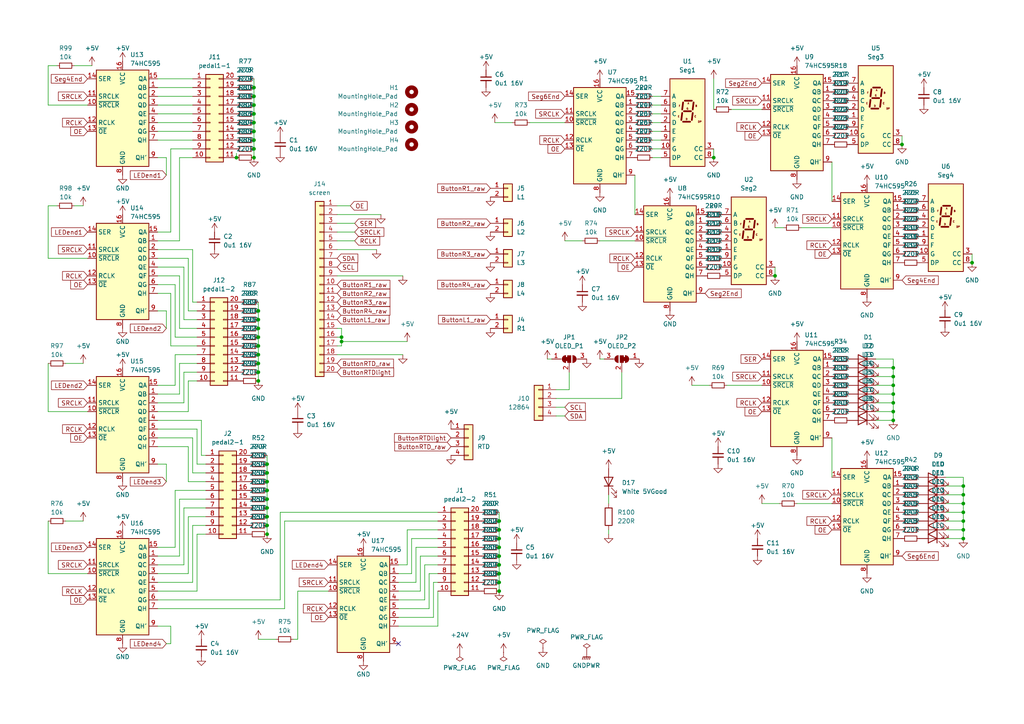
<source format=kicad_sch>
(kicad_sch (version 20231120) (generator "eeschema") (generator_version "8.0")
  (paper "A4")
  (title_block (title "EP5 dashboard screen board") (date "2024-07-20") (rev "2.2") (company "NTURacing") (comment 1 "郭哲明") (comment 2 "electrical group"))
  (junction (at 144.78 166.37))
  (junction (at 144.78 151.13))
  (junction (at 74.93 110.49))
  (junction (at 261.62 41.91))
  (junction (at 74.93 107.95))
  (junction (at 259.08 106.68))
  (junction (at 279.4 153.67))
  (junction (at 279.4 143.51))
  (junction (at 207.01 45.72))
  (junction (at 73.66 45.72))
  (junction (at 73.66 38.1))
  (junction (at 279.4 156.21))
  (junction (at 259.08 111.76))
  (junction (at 74.93 95.25))
  (junction (at 259.08 121.92))
  (junction (at 74.93 105.41))
  (junction (at 77.47 152.4))
  (junction (at 279.4 151.13))
  (junction (at 77.47 134.62))
  (junction (at 77.47 137.16))
  (junction (at 144.78 163.83))
  (junction (at 73.66 43.18))
  (junction (at 259.08 116.84))
  (junction (at 73.66 33.02))
  (junction (at 259.08 114.3))
  (junction (at 144.78 168.91))
  (junction (at 74.93 92.71))
  (junction (at 144.78 156.21))
  (junction (at 99.06 99.06))
  (junction (at 77.47 149.86))
  (junction (at 73.66 27.94))
  (junction (at 144.78 171.45))
  (junction (at 77.47 139.7))
  (junction (at 144.78 161.29))
  (junction (at 74.93 100.33))
  (junction (at 259.08 109.22))
  (junction (at 279.4 148.59))
  (junction (at 259.08 119.38))
  (junction (at 74.93 90.17))
  (junction (at 77.47 144.78))
  (junction (at 144.78 158.75))
  (junction (at 73.66 40.64))
  (junction (at 281.94 76.2))
  (junction (at 73.66 25.4))
  (junction (at 99.06 97.79))
  (junction (at 279.4 140.97))
  (junction (at 74.93 102.87))
  (junction (at 224.79 80.01))
  (junction (at 68.58 45.72))
  (junction (at 74.93 97.79))
  (junction (at 279.4 146.05))
  (junction (at 77.47 147.32))
  (junction (at 77.47 154.94))
  (junction (at 77.47 142.24))
  (junction (at 73.66 30.48))
  (junction (at 144.78 153.67))
  (junction (at 73.66 35.56))
  (no_connect (at 115.57 186.69))
  (wire (pts (xy 57.15 154.94) (xy 59.69 154.94)))
  (wire (pts (xy 53.34 107.95) (xy 53.34 116.84)))
  (wire (pts (xy 124.46 176.53) (xy 115.57 176.53)))
  (wire (pts (xy 127 158.75) (xy 120.65 158.75)))
  (wire (pts (xy 55.88 152.4) (xy 55.88 168.91)))
  (wire (pts (xy 254 119.38) (xy 259.08 119.38)))
  (wire (pts (xy 259.08 109.22) (xy 259.08 111.76)))
  (wire (pts (xy 165.1 113.03) (xy 165.1 107.95)))
  (wire (pts (xy 232.41 66.04) (xy 241.3 66.04)))
  (wire (pts (xy 55.88 87.63) (xy 55.88 72.39)))
  (wire (pts (xy 57.15 134.62) (xy 59.69 134.62)))
  (wire (pts (xy 274.32 156.21) (xy 279.4 156.21)))
  (wire (pts (xy 50.8 82.55) (xy 45.72 82.55)))
  (wire (pts (xy 212.09 31.75) (xy 220.98 31.75)))
  (wire (pts (xy 125.73 168.91) (xy 125.73 179.07)))
  (wire (pts (xy 13.97 166.37) (xy 25.4 166.37)))
  (wire (pts (xy 121.92 171.45) (xy 115.57 171.45)))
  (wire (pts (xy 49.53 186.69) (xy 49.53 181.61)))
  (wire (pts (xy 144.78 151.13) (xy 144.78 153.67)))
  (wire (pts (xy 231.14 146.05) (xy 241.3 146.05)))
  (wire (pts (xy 123.19 163.83) (xy 123.19 173.99)))
  (wire (pts (xy 45.72 90.17) (xy 48.26 90.17)))
  (wire (pts (xy 50.8 102.87) (xy 50.8 111.76)))
  (wire (pts (xy 48.26 45.72) (xy 45.72 45.72)))
  (wire (pts (xy 274.32 140.97) (xy 279.4 140.97)))
  (wire (pts (xy 144.78 158.75) (xy 144.78 161.29)))
  (wire (pts (xy 13.97 74.93) (xy 25.4 74.93)))
  (wire (pts (xy 24.13 105.41) (xy 19.05 105.41)))
  (wire (pts (xy 74.93 97.79) (xy 74.93 100.33)))
  (wire (pts (xy 189.23 45.72) (xy 191.77 45.72)))
  (wire (pts (xy 57.15 90.17) (xy 54.61 90.17)))
  (wire (pts (xy 207.01 22.86) (xy 207.01 31.75)))
  (wire (pts (xy 52.07 114.3) (xy 52.07 105.41)))
  (wire (pts (xy 73.66 27.94) (xy 73.66 30.48)))
  (wire (pts (xy 53.34 92.71) (xy 53.34 77.47)))
  (wire (pts (xy 48.26 90.17) (xy 48.26 95.25)))
  (wire (pts (xy 48.26 134.62) (xy 45.72 134.62)))
  (wire (pts (xy 58.42 132.08) (xy 59.69 132.08)))
  (wire (pts (xy 55.88 137.16) (xy 55.88 127)))
  (wire (pts (xy 52.07 105.41) (xy 57.15 105.41)))
  (wire (pts (xy 55.88 43.18) (xy 49.53 43.18)))
  (wire (pts (xy 259.08 119.38) (xy 259.08 121.92)))
  (wire (pts (xy 52.07 69.85) (xy 52.07 45.72)))
  (wire (pts (xy 274.32 148.59) (xy 279.4 148.59)))
  (wire (pts (xy 54.61 129.54) (xy 45.72 129.54)))
  (wire (pts (xy 279.4 153.67) (xy 279.4 156.21)))
  (wire (pts (xy 73.66 35.56) (xy 73.66 38.1)))
  (wire (pts (xy 74.93 90.17) (xy 74.93 87.63)))
  (wire (pts (xy 24.13 151.13) (xy 19.05 151.13)))
  (wire (pts (xy 68.58 44.45) (xy 68.58 45.72)))
  (wire (pts (xy 97.79 95.25) (xy 99.06 95.25)))
  (wire (pts (xy 259.08 116.84) (xy 259.08 119.38)))
  (wire (pts (xy 189.23 30.48) (xy 191.77 30.48)))
  (wire (pts (xy 48.26 50.8) (xy 48.26 45.72)))
  (wire (pts (xy 50.8 97.79) (xy 50.8 82.55)))
  (wire (pts (xy 189.23 35.56) (xy 191.77 35.56)))
  (wire (pts (xy 191.77 43.18) (xy 189.23 43.18)))
  (wire (pts (xy 97.79 80.01) (xy 116.84 80.01)))
  (wire (pts (xy 274.32 151.13) (xy 279.4 151.13)))
  (wire (pts (xy 57.15 92.71) (xy 53.34 92.71)))
  (wire (pts (xy 50.8 142.24) (xy 50.8 158.75)))
  (wire (pts (xy 13.97 30.48) (xy 25.4 30.48)))
  (wire (pts (xy 57.15 124.46) (xy 45.72 124.46)))
  (wire (pts (xy 73.66 22.86) (xy 73.66 25.4)))
  (wire (pts (xy 77.47 149.86) (xy 77.47 147.32)))
  (wire (pts (xy 55.88 27.94) (xy 45.72 27.94)))
  (wire (pts (xy 127 161.29) (xy 121.92 161.29)))
  (wire (pts (xy 97.79 97.79) (xy 99.06 97.79)))
  (wire (pts (xy 52.07 80.01) (xy 45.72 80.01)))
  (wire (pts (xy 53.34 116.84) (xy 45.72 116.84)))
  (wire (pts (xy 55.88 33.02) (xy 45.72 33.02)))
  (wire (pts (xy 82.55 176.53) (xy 45.72 176.53)))
  (wire (pts (xy 123.19 173.99) (xy 115.57 173.99)))
  (wire (pts (xy 77.47 142.24) (xy 77.47 144.78)))
  (wire (pts (xy 144.78 153.67) (xy 144.78 156.21)))
  (wire (pts (xy 55.88 72.39) (xy 45.72 72.39)))
  (wire (pts (xy 53.34 163.83) (xy 45.72 163.83)))
  (wire (pts (xy 259.08 114.3) (xy 259.08 116.84)))
  (wire (pts (xy 279.4 138.43) (xy 279.4 140.97)))
  (wire (pts (xy 124.46 166.37) (xy 124.46 176.53)))
  (wire (pts (xy 50.8 158.75) (xy 45.72 158.75)))
  (wire (pts (xy 57.15 134.62) (xy 57.15 124.46)))
  (wire (pts (xy 153.67 35.56) (xy 163.83 35.56)))
  (wire (pts (xy 274.32 146.05) (xy 279.4 146.05)))
  (wire (pts (xy 58.42 132.08) (xy 58.42 121.92)))
  (wire (pts (xy 274.32 153.67) (xy 279.4 153.67)))
  (wire (pts (xy 224.79 77.47) (xy 224.79 80.01)))
  (wire (pts (xy 52.07 161.29) (xy 45.72 161.29)))
  (wire (pts (xy 57.15 87.63) (xy 55.88 87.63)))
  (wire (pts (xy 74.93 185.42) (xy 80.01 185.42)))
  (wire (pts (xy 52.07 45.72) (xy 55.88 45.72)))
  (wire (pts (xy 189.23 27.94) (xy 191.77 27.94)))
  (wire (pts (xy 281.94 73.66) (xy 281.94 76.2)))
  (wire (pts (xy 52.07 144.78) (xy 52.07 161.29)))
  (wire (pts (xy 52.07 95.25) (xy 52.07 80.01)))
  (wire (pts (xy 241.3 127) (xy 241.3 138.43)))
  (wire (pts (xy 97.79 67.31) (xy 102.87 67.31)))
  (wire (pts (xy 77.47 139.7) (xy 77.47 142.24)))
  (wire (pts (xy 158.75 104.14) (xy 160.02 104.14)))
  (wire (pts (xy 77.47 149.86) (xy 77.47 152.4)))
  (wire (pts (xy 73.66 25.4) (xy 73.66 27.94)))
  (wire (pts (xy 189.23 40.64) (xy 191.77 40.64)))
  (wire (pts (xy 73.66 40.64) (xy 73.66 43.18)))
  (wire (pts (xy 127 168.91) (xy 125.73 168.91)))
  (wire (pts (xy 173.99 69.85) (xy 184.15 69.85)))
  (wire (pts (xy 55.88 25.4) (xy 45.72 25.4)))
  (wire (pts (xy 279.4 140.97) (xy 279.4 143.51)))
  (wire (pts (xy 118.11 153.67) (xy 118.11 163.83)))
  (wire (pts (xy 54.61 119.38) (xy 45.72 119.38)))
  (wire (pts (xy 26.67 19.05) (xy 21.59 19.05)))
  (wire (pts (xy 97.79 59.69) (xy 101.6 59.69)))
  (wire (pts (xy 55.88 30.48) (xy 45.72 30.48)))
  (wire (pts (xy 163.83 69.85) (xy 168.91 69.85)))
  (wire (pts (xy 254 116.84) (xy 259.08 116.84)))
  (wire (pts (xy 81.28 148.59) (xy 81.28 173.99)))
  (wire (pts (xy 55.88 40.64) (xy 45.72 40.64)))
  (wire (pts (xy 165.1 113.03) (xy 161.29 113.03)))
  (wire (pts (xy 99.06 100.33) (xy 99.06 99.06)))
  (wire (pts (xy 127 181.61) (xy 115.57 181.61)))
  (wire (pts (xy 55.88 38.1) (xy 45.72 38.1)))
  (wire (pts (xy 127 163.83) (xy 123.19 163.83)))
  (wire (pts (xy 74.93 95.25) (xy 74.93 92.71)))
  (wire (pts (xy 77.47 134.62) (xy 77.47 137.16)))
  (wire (pts (xy 220.98 146.05) (xy 226.06 146.05)))
  (wire (pts (xy 144.78 161.29) (xy 144.78 163.83)))
  (wire (pts (xy 144.78 168.91) (xy 144.78 171.45)))
  (wire (pts (xy 57.15 110.49) (xy 54.61 110.49)))
  (wire (pts (xy 144.78 148.59) (xy 144.78 151.13)))
  (wire (pts (xy 279.4 148.59) (xy 279.4 151.13)))
  (wire (pts (xy 74.93 95.25) (xy 74.93 97.79)))
  (wire (pts (xy 125.73 179.07) (xy 115.57 179.07)))
  (wire (pts (xy 254 104.14) (xy 259.08 104.14)))
  (wire (pts (xy 99.06 95.25) (xy 99.06 97.79)))
  (wire (pts (xy 119.38 156.21) (xy 119.38 166.37)))
  (wire (pts (xy 77.47 132.08) (xy 77.47 134.62)))
  (wire (pts (xy 73.66 30.48) (xy 73.66 33.02)))
  (wire (pts (xy 54.61 139.7) (xy 54.61 129.54)))
  (wire (pts (xy 163.83 118.11) (xy 161.29 118.11)))
  (wire (pts (xy 54.61 149.86) (xy 54.61 166.37)))
  (wire (pts (xy 184.15 50.8) (xy 184.15 62.23)))
  (wire (pts (xy 81.28 148.59) (xy 127 148.59)))
  (wire (pts (xy 59.69 142.24) (xy 50.8 142.24)))
  (wire (pts (xy 59.69 147.32) (xy 53.34 147.32)))
  (wire (pts (xy 97.79 64.77) (xy 102.87 64.77)))
  (wire (pts (xy 74.93 90.17) (xy 74.93 92.71)))
  (wire (pts (xy 13.97 59.69) (xy 13.97 74.93)))
  (wire (pts (xy 254 109.22) (xy 259.08 109.22)))
  (wire (pts (xy 224.79 66.04) (xy 227.33 66.04)))
  (wire (pts (xy 49.53 67.31) (xy 45.72 67.31)))
  (wire (pts (xy 144.78 166.37) (xy 144.78 168.91)))
  (wire (pts (xy 144.78 163.83) (xy 144.78 166.37)))
  (wire (pts (xy 55.88 22.86) (xy 45.72 22.86)))
  (wire (pts (xy 97.79 69.85) (xy 102.87 69.85)))
  (wire (pts (xy 85.09 185.42) (xy 86.36 185.42)))
  (wire (pts (xy 86.36 171.45) (xy 95.25 171.45)))
  (wire (pts (xy 82.55 151.13) (xy 127 151.13)))
  (wire (pts (xy 127 156.21) (xy 119.38 156.21)))
  (wire (pts (xy 254 111.76) (xy 259.08 111.76)))
  (wire (pts (xy 118.11 99.06) (xy 99.06 99.06)))
  (wire (pts (xy 120.65 168.91) (xy 115.57 168.91)))
  (wire (pts (xy 176.53 154.94) (xy 176.53 153.67)))
  (wire (pts (xy 55.88 35.56) (xy 45.72 35.56)))
  (wire (pts (xy 53.34 77.47) (xy 45.72 77.47)))
  (wire (pts (xy 259.08 106.68) (xy 259.08 109.22)))
  (wire (pts (xy 254 114.3) (xy 259.08 114.3)))
  (wire (pts (xy 55.88 137.16) (xy 59.69 137.16)))
  (wire (pts (xy 144.78 156.21) (xy 144.78 158.75)))
  (wire (pts (xy 173.99 104.14) (xy 175.26 104.14)))
  (wire (pts (xy 241.3 46.99) (xy 241.3 58.42)))
  (wire (pts (xy 110.49 62.23) (xy 97.79 62.23)))
  (wire (pts (xy 259.08 104.14) (xy 259.08 106.68)))
  (wire (pts (xy 58.42 121.92) (xy 45.72 121.92)))
  (wire (pts (xy 49.53 85.09) (xy 45.72 85.09)))
  (wire (pts (xy 54.61 110.49) (xy 54.61 119.38)))
  (wire (pts (xy 176.53 146.05) (xy 176.53 143.51)))
  (wire (pts (xy 274.32 138.43) (xy 279.4 138.43)))
  (wire (pts (xy 99.06 97.79) (xy 99.06 99.06)))
  (wire (pts (xy 49.53 43.18) (xy 49.53 67.31)))
  (wire (pts (xy 127 171.45) (xy 127 181.61)))
  (wire (pts (xy 180.34 107.95) (xy 180.34 115.57)))
  (wire (pts (xy 81.28 173.99) (xy 45.72 173.99)))
  (wire (pts (xy 13.97 119.38) (xy 25.4 119.38)))
  (wire (pts (xy 73.66 33.02) (xy 73.66 35.56)))
  (wire (pts (xy 261.62 39.37) (xy 261.62 41.91)))
  (wire (pts (xy 97.79 72.39) (xy 109.22 72.39)))
  (wire (pts (xy 254 106.68) (xy 259.08 106.68)))
  (wire (pts (xy 116.84 102.87) (xy 97.79 102.87)))
  (wire (pts (xy 77.47 144.78) (xy 77.47 147.32)))
  (wire (pts (xy 50.8 111.76) (xy 45.72 111.76)))
  (wire (pts (xy 45.72 69.85) (xy 52.07 69.85)))
  (wire (pts (xy 13.97 105.41) (xy 13.97 119.38)))
  (wire (pts (xy 57.15 107.95) (xy 53.34 107.95)))
  (wire (pts (xy 77.47 137.16) (xy 77.47 139.7)))
  (wire (pts (xy 57.15 100.33) (xy 49.53 100.33)))
  (wire (pts (xy 49.53 100.33) (xy 49.53 85.09)))
  (wire (pts (xy 57.15 154.94) (xy 57.15 171.45)))
  (wire (pts (xy 45.72 114.3) (xy 52.07 114.3)))
  (wire (pts (xy 16.51 19.05) (xy 13.97 19.05)))
  (wire (pts (xy 82.55 151.13) (xy 82.55 176.53)))
  (wire (pts (xy 279.4 146.05) (xy 279.4 148.59)))
  (wire (pts (xy 74.93 105.41) (xy 74.93 107.95)))
  (wire (pts (xy 189.23 33.02) (xy 191.77 33.02)))
  (wire (pts (xy 49.53 181.61) (xy 45.72 181.61)))
  (wire (pts (xy 55.88 168.91) (xy 45.72 168.91)))
  (wire (pts (xy 86.36 185.42) (xy 86.36 171.45)))
  (wire (pts (xy 57.15 95.25) (xy 52.07 95.25)))
  (wire (pts (xy 259.08 111.76) (xy 259.08 114.3)))
  (wire (pts (xy 161.29 115.57) (xy 180.34 115.57)))
  (wire (pts (xy 54.61 74.93) (xy 45.72 74.93)))
  (wire (pts (xy 77.47 152.4) (xy 77.47 154.94)))
  (wire (pts (xy 279.4 143.51) (xy 279.4 146.05)))
  (wire (pts (xy 55.88 127) (xy 45.72 127)))
  (wire (pts (xy 54.61 90.17) (xy 54.61 74.93)))
  (wire (pts (xy 163.83 120.65) (xy 161.29 120.65)))
  (wire (pts (xy 210.82 111.76) (xy 220.98 111.76)))
  (wire (pts (xy 207.01 43.18) (xy 207.01 45.72)))
  (wire (pts (xy 120.65 158.75) (xy 120.65 168.91)))
  (wire (pts (xy 97.79 100.33) (xy 99.06 100.33)))
  (wire (pts (xy 59.69 144.78) (xy 52.07 144.78)))
  (wire (pts (xy 13.97 19.05) (xy 13.97 30.48)))
  (wire (pts (xy 57.15 171.45) (xy 45.72 171.45)))
  (wire (pts (xy 73.66 38.1) (xy 73.66 40.64)))
  (wire (pts (xy 143.51 35.56) (xy 148.59 35.56)))
  (wire (pts (xy 73.66 43.18) (xy 73.66 45.72)))
  (wire (pts (xy 200.66 111.76) (xy 205.74 111.76)))
  (wire (pts (xy 13.97 151.13) (xy 13.97 166.37)))
  (wire (pts (xy 74.93 105.41) (xy 74.93 102.87)))
  (wire (pts (xy 57.15 102.87) (xy 50.8 102.87)))
  (wire (pts (xy 54.61 166.37) (xy 45.72 166.37)))
  (wire (pts (xy 16.51 59.69) (xy 13.97 59.69)))
  (wire (pts (xy 53.34 147.32) (xy 53.34 163.83)))
  (wire (pts (xy 189.23 38.1) (xy 191.77 38.1)))
  (wire (pts (xy 74.93 100.33) (xy 74.93 102.87)))
  (wire (pts (xy 274.32 143.51) (xy 279.4 143.51)))
  (wire (pts (xy 254 121.92) (xy 259.08 121.92)))
  (wire (pts (xy 119.38 166.37) (xy 115.57 166.37)))
  (wire (pts (xy 74.93 107.95) (xy 74.93 110.49)))
  (wire (pts (xy 57.15 97.79) (xy 50.8 97.79)))
  (wire (pts (xy 48.26 139.7) (xy 48.26 134.62)))
  (wire (pts (xy 59.69 152.4) (xy 55.88 152.4)))
  (wire (pts (xy 127 153.67) (xy 118.11 153.67)))
  (wire (pts (xy 59.69 149.86) (xy 54.61 149.86)))
  (wire (pts (xy 121.92 161.29) (xy 121.92 171.45)))
  (wire (pts (xy 54.61 139.7) (xy 59.69 139.7)))
  (wire (pts (xy 279.4 151.13) (xy 279.4 153.67)))
  (wire (pts (xy 118.11 163.83) (xy 115.57 163.83)))
  (wire (pts (xy 48.26 186.69) (xy 49.53 186.69)))
  (wire (pts (xy 127 166.37) (xy 124.46 166.37)))
  (wire (pts (xy 24.13 59.69) (xy 21.59 59.69)))
  (global_label "RCLK" (shape input) (at 25.4 171.45 180) (property "Intersheetrefs" "${INTERSHEET_REFS}" (effects (hide yes))))
  (global_label "Seg2End" (shape input) (at 204.47 85.09 0) (property "Intersheetrefs" "${INTERSHEET_REFS}" (effects (hide yes))))
  (global_label "RCLK" (shape input) (at 220.98 36.83 180) (property "Intersheetrefs" "${INTERSHEET_REFS}" (effects (hide yes))))
  (global_label "ButtonRTDlight" (shape input) (at 97.79 107.95 0) (property "Intersheetrefs" "${INTERSHEET_REFS}" (effects (hide yes))))
  (global_label "ButtonR3_raw" (shape input) (at 142.24 73.66 180) (property "Intersheetrefs" "${INTERSHEET_REFS}" (effects (hide yes))))
  (global_label "SER" (shape input) (at 102.87 64.77 0) (property "Intersheetrefs" "${INTERSHEET_REFS}" (effects (hide yes))))
  (global_label "SCL" (shape input) (at 163.83 118.11 0) (property "Intersheetrefs" "${INTERSHEET_REFS}" (effects (hide yes))))
  (global_label "SCL" (shape input) (at 97.79 77.47 0) (property "Intersheetrefs" "${INTERSHEET_REFS}" (effects (hide yes))))
  (global_label "Seg6End" (shape input) (at 163.83 27.94 180) (property "Intersheetrefs" "${INTERSHEET_REFS}" (effects (hide yes))))
  (global_label "OE" (shape input) (at 220.98 39.37 180) (property "Intersheetrefs" "${INTERSHEET_REFS}" (effects (hide yes))))
  (global_label "LEDend1" (shape input) (at 25.4 67.31 180) (property "Intersheetrefs" "${INTERSHEET_REFS}" (effects (hide yes))))
  (global_label "Seg4End" (shape input) (at 25.4 22.86 180) (property "Intersheetrefs" "${INTERSHEET_REFS}" (effects (hide yes))))
  (global_label "OE" (shape input) (at 241.3 153.67 180) (property "Intersheetrefs" "${INTERSHEET_REFS}" (effects (hide yes))))
  (global_label "LEDend2" (shape input) (at 25.4 111.76 180) (property "Intersheetrefs" "${INTERSHEET_REFS}" (effects (hide yes))))
  (global_label "RCLK" (shape input) (at 220.98 116.84 180) (property "Intersheetrefs" "${INTERSHEET_REFS}" (effects (hide yes))))
  (global_label "RCLK" (shape input) (at 95.25 176.53 180) (property "Intersheetrefs" "${INTERSHEET_REFS}" (effects (hide yes))))
  (global_label "SRCLK" (shape input) (at 25.4 163.83 180) (property "Intersheetrefs" "${INTERSHEET_REFS}" (effects (hide yes))))
  (global_label "SRCLK" (shape input) (at 184.15 67.31 180) (property "Intersheetrefs" "${INTERSHEET_REFS}" (effects (hide yes))))
  (global_label "LEDend2" (shape input) (at 48.26 95.25 180) (property "Intersheetrefs" "${INTERSHEET_REFS}" (effects (hide yes))))
  (global_label "RCLK" (shape input) (at 25.4 124.46 180) (property "Intersheetrefs" "${INTERSHEET_REFS}" (effects (hide yes))))
  (global_label "ButtonR1_raw" (shape input) (at 97.79 82.55 0) (property "Intersheetrefs" "${INTERSHEET_REFS}" (effects (hide yes))))
  (global_label "SRCLK" (shape input) (at 241.3 63.5 180) (property "Intersheetrefs" "${INTERSHEET_REFS}" (effects (hide yes))))
  (global_label "SRCLK" (shape input) (at 25.4 27.94 180) (property "Intersheetrefs" "${INTERSHEET_REFS}" (effects (hide yes))))
  (global_label "ButtonR3_raw" (shape input) (at 97.79 87.63 0) (property "Intersheetrefs" "${INTERSHEET_REFS}" (effects (hide yes))))
  (global_label "OE" (shape input) (at 220.98 119.38 180) (property "Intersheetrefs" "${INTERSHEET_REFS}" (effects (hide yes))))
  (global_label "OE" (shape input) (at 163.83 43.18 180) (property "Intersheetrefs" "${INTERSHEET_REFS}" (effects (hide yes))))
  (global_label "SER" (shape input) (at 220.98 104.14 180) (property "Intersheetrefs" "${INTERSHEET_REFS}" (effects (hide yes))))
  (global_label "ButtonRTDlight" (shape input) (at 130.81 127 180) (property "Intersheetrefs" "${INTERSHEET_REFS}" (effects (hide yes))))
  (global_label "LEDend3" (shape input) (at 25.4 158.75 180) (property "Intersheetrefs" "${INTERSHEET_REFS}" (effects (hide yes))))
  (global_label "RCLK" (shape input) (at 241.3 71.12 180) (property "Intersheetrefs" "${INTERSHEET_REFS}" (effects (hide yes))))
  (global_label "SDA" (shape input) (at 163.83 120.65 0) (property "Intersheetrefs" "${INTERSHEET_REFS}" (effects (hide yes))))
  (global_label "ButtonL1_raw" (shape input) (at 142.24 92.71 180) (property "Intersheetrefs" "${INTERSHEET_REFS}" (effects (hide yes))))
  (global_label "LEDend1" (shape input) (at 48.26 50.8 180) (property "Intersheetrefs" "${INTERSHEET_REFS}" (effects (hide yes))))
  (global_label "OE" (shape input) (at 101.6 59.69 0) (property "Intersheetrefs" "${INTERSHEET_REFS}" (effects (hide yes))))
  (global_label "SRCLK" (shape input) (at 25.4 72.39 180) (property "Intersheetrefs" "${INTERSHEET_REFS}" (effects (hide yes))))
  (global_label "SDA" (shape input) (at 97.79 74.93 0) (property "Intersheetrefs" "${INTERSHEET_REFS}" (effects (hide yes))))
  (global_label "Seg6End" (shape input) (at 261.62 161.29 0) (property "Intersheetrefs" "${INTERSHEET_REFS}" (effects (hide yes))))
  (global_label "RCLK" (shape input) (at 25.4 80.01 180) (property "Intersheetrefs" "${INTERSHEET_REFS}" (effects (hide yes))))
  (global_label "SRCLK" (shape input) (at 241.3 143.51 180) (property "Intersheetrefs" "${INTERSHEET_REFS}" (effects (hide yes))))
  (global_label "RCLK" (shape input) (at 25.4 35.56 180) (property "Intersheetrefs" "${INTERSHEET_REFS}" (effects (hide yes))))
  (global_label "SRCLK" (shape input) (at 102.87 67.31 0) (property "Intersheetrefs" "${INTERSHEET_REFS}" (effects (hide yes))))
  (global_label "RCLK" (shape input) (at 184.15 74.93 180) (property "Intersheetrefs" "${INTERSHEET_REFS}" (effects (hide yes))))
  (global_label "OE" (shape input) (at 25.4 82.55 180) (property "Intersheetrefs" "${INTERSHEET_REFS}" (effects (hide yes))))
  (global_label "SRCLK" (shape input) (at 163.83 33.02 180) (property "Intersheetrefs" "${INTERSHEET_REFS}" (effects (hide yes))))
  (global_label "Seg2End" (shape input) (at 220.98 24.13 180) (property "Intersheetrefs" "${INTERSHEET_REFS}" (effects (hide yes))))
  (global_label "OE" (shape input) (at 25.4 127 180) (property "Intersheetrefs" "${INTERSHEET_REFS}" (effects (hide yes))))
  (global_label "ButtonRTD_raw" (shape input) (at 130.81 129.54 180) (property "Intersheetrefs" "${INTERSHEET_REFS}" (effects (hide yes))))
  (global_label "ButtonR2_raw" (shape input) (at 97.79 85.09 0) (property "Intersheetrefs" "${INTERSHEET_REFS}" (effects (hide yes))))
  (global_label "SRCLK" (shape input) (at 25.4 116.84 180) (property "Intersheetrefs" "${INTERSHEET_REFS}" (effects (hide yes))))
  (global_label "LEDend4" (shape input) (at 95.25 163.83 180) (property "Intersheetrefs" "${INTERSHEET_REFS}" (effects (hide yes))))
  (global_label "SRCLK" (shape input) (at 220.98 29.21 180) (property "Intersheetrefs" "${INTERSHEET_REFS}" (effects (hide yes))))
  (global_label "OE" (shape input) (at 184.15 77.47 180) (property "Intersheetrefs" "${INTERSHEET_REFS}" (effects (hide yes))))
  (global_label "ButtonR4_raw" (shape input) (at 142.24 82.55 180) (property "Intersheetrefs" "${INTERSHEET_REFS}" (effects (hide yes))))
  (global_label "Seg4End" (shape input) (at 261.62 81.28 0) (property "Intersheetrefs" "${INTERSHEET_REFS}" (effects (hide yes))))
  (global_label "LEDend4" (shape input) (at 48.26 186.69 180) (property "Intersheetrefs" "${INTERSHEET_REFS}" (effects (hide yes))))
  (global_label "RCLK" (shape input) (at 241.3 151.13 180) (property "Intersheetrefs" "${INTERSHEET_REFS}" (effects (hide yes))))
  (global_label "OE" (shape input) (at 95.25 179.07 180) (property "Intersheetrefs" "${INTERSHEET_REFS}" (effects (hide yes))))
  (global_label "OE" (shape input) (at 25.4 173.99 180) (property "Intersheetrefs" "${INTERSHEET_REFS}" (effects (hide yes))))
  (global_label "OE" (shape input) (at 25.4 38.1 180) (property "Intersheetrefs" "${INTERSHEET_REFS}" (effects (hide yes))))
  (global_label "ButtonR2_raw" (shape input) (at 142.24 64.77 180) (property "Intersheetrefs" "${INTERSHEET_REFS}" (effects (hide yes))))
  (global_label "SRCLK" (shape input) (at 95.25 168.91 180) (property "Intersheetrefs" "${INTERSHEET_REFS}" (effects (hide yes))))
  (global_label "ButtonRTD_raw" (shape input) (at 97.79 105.41 0) (property "Intersheetrefs" "${INTERSHEET_REFS}" (effects (hide yes))))
  (global_label "RCLK" (shape input) (at 163.83 40.64 180) (property "Intersheetrefs" "${INTERSHEET_REFS}" (effects (hide yes))))
  (global_label "ButtonL1_raw" (shape input) (at 97.79 92.71 0) (property "Intersheetrefs" "${INTERSHEET_REFS}" (effects (hide yes))))
  (global_label "ButtonR4_raw" (shape input) (at 97.79 90.17 0) (property "Intersheetrefs" "${INTERSHEET_REFS}" (effects (hide yes))))
  (global_label "LEDend3" (shape input) (at 48.26 139.7 180) (property "Intersheetrefs" "${INTERSHEET_REFS}" (effects (hide yes))))
  (global_label "SRCLK" (shape input) (at 220.98 109.22 180) (property "Intersheetrefs" "${INTERSHEET_REFS}" (effects (hide yes))))
  (global_label "OE" (shape input) (at 241.3 73.66 180) (property "Intersheetrefs" "${INTERSHEET_REFS}" (effects (hide yes))))
  (global_label "ButtonR1_raw" (shape input) (at 142.24 54.61 180) (property "Intersheetrefs" "${INTERSHEET_REFS}" (effects (hide yes))))
  (global_label "RCLK" (shape input) (at 102.87 69.85 0) (property "Intersheetrefs" "${INTERSHEET_REFS}" (effects (hide yes))))
  (symbol (lib_id "power:GND") (at 105.41 191.77 0) (unit 1)
    (property "Reference" "#PWR037" (effects (hide yes)))
    (property "Value" "GND" (at 105.41 195.58 0))
  )
  (symbol (lib_id "Device:R_Small") (at 186.69 27.94 90) (unit 1)
    (property "Reference" "R1" (at 186.69 22.86 90))
    (property "Value" "220R" (at 186.69 25.4 90))
    (property "Footprint" "Resistor_SMD:R_0603_1608Metric_Pad0.98x0.95mm_HandSolder" (effects (hide yes)))
  )
  (symbol (lib_id "power:GND") (at 116.84 102.87 0) (unit 1)
    (property "Reference" "#PWR055" (effects (hide yes)))
    (property "Value" "GND" (effects (hide yes)))
  )
  (symbol (lib_id "Device:R_Small") (at 243.84 34.29 90) (unit 1)
    (property "Reference" "R21" (at 243.84 29.21 90))
    (property "Value" "220R" (at 243.84 31.75 90))
    (property "Footprint" "Resistor_SMD:R_0603_1608Metric_Pad0.98x0.95mm_HandSolder" (effects (hide yes)))
  )
  (symbol (lib_id "Device:R_Small") (at 74.93 134.62 90) (unit 1)
    (property "Reference" "R49" (at 74.93 129.54 90))
    (property "Value" "220R" (at 74.93 132.08 90))
    (property "Footprint" "Resistor_SMD:R_0603_1608Metric_Pad0.98x0.95mm_HandSolder" (effects (hide yes)))
  )
  (symbol (lib_id "74xx:74HC595") (at 231.14 34.29 0) (unit 1)
    (property "Reference" "U9" (at 233.3341 16.51 0) (effects (justify left)))
    (property "Value" "74HC595" (at 233.3341 19.05 0) (effects (justify left)))
    (property "Footprint" "Package_SO:SOIC-16_3.9x9.9mm_P1.27mm" (effects (hide yes)))
    (property "Datasheet" "http://www.ti.com/lit/ds/symlink/sn74hc595.pdf" (effects (hide yes)))
  )
  (symbol (lib_id "power:+5V") (at 274.0874 90 0) (unit 1)
    (property "Reference" "#PWR078" (effects (hide yes)))
    (property "Value" "+5V" (at 274.0874 86.19 0))
  )
  (symbol (lib_id "Device:R_Small") (at 243.84 31.75 90) (unit 1)
    (property "Reference" "R20" (at 243.84 26.67 90))
    (property "Value" "220R" (at 243.84 29.21 90))
    (property "Footprint" "Resistor_SMD:R_0603_1608Metric_Pad0.98x0.95mm_HandSolder" (effects (hide yes)))
  )
  (symbol (lib_id "Device:R_Small") (at 243.84 119.38 90) (unit 1)
    (property "Reference" "R39" (at 243.84 114.3 90))
    (property "Value" "220R" (at 243.84 116.84 90))
    (property "Footprint" "Resistor_SMD:R_0603_1608Metric_Pad0.98x0.95mm_HandSolder" (effects (hide yes)))
  )
  (symbol (lib_id "Device:LED") (at 250.19 104.14 0) (mirror y) (unit 1)
    (property "Reference" "D1" (at 251.7775 97.79 0))
    (property "Value" "LED" (at 251.7775 100.33 0))
    (property "Footprint" "LED_SMD:LED_PLCC_2835_Handsoldering" (effects (hide yes)))
  )
  (symbol (lib_id "Device:R_Small") (at 228.6 146.05 90) (unit 1)
    (property "Reference" "R70" (at 228.6 140.97 90))
    (property "Value" "10k" (at 228.6 143.51 90))
    (property "Footprint" "Resistor_SMD:R_0603_1608Metric" (effects (hide yes)))
  )
  (symbol (lib_id "power:GND") (at 173.99 55.88 0) (unit 1)
    (property "Reference" "#PWR017" (effects (hide yes)))
    (property "Value" "GND" (at 173.99 60.96 0))
  )
  (symbol (lib_id "Device:R_Small") (at 264.16 140.97 90) (unit 1)
    (property "Reference" "R41" (at 264.16 135.89 90))
    (property "Value" "220R" (at 264.16 138.43 90))
    (property "Footprint" "Resistor_SMD:R_0603_1608Metric_Pad0.98x0.95mm_HandSolder" (effects (hide yes)))
  )
  (symbol (lib_id "Device:LED") (at 250.19 121.92 0) (mirror y) (unit 1)
    (property "Reference" "D8" (at 251.7775 115.57 0))
    (property "Value" "LED" (at 251.7775 118.11 0))
    (property "Footprint" "LED_SMD:LED_PLCC_2835_Handsoldering" (effects (hide yes)))
  )
  (symbol (lib_id "Device:R_Small") (at 74.93 154.94 90) (unit 1)
    (property "Reference" "R50" (at 74.93 149.86 90))
    (property "Value" "220R" (at 74.93 152.4 90))
    (property "Footprint" "Resistor_SMD:R_0603_1608Metric_Pad0.98x0.95mm_HandSolder" (effects (hide yes)))
  )
  (symbol (lib_id "Device:R_Small") (at 207.01 74.93 90) (unit 1)
    (property "Reference" "R14" (at 207.01 69.85 90))
    (property "Value" "220R" (at 207.01 72.39 90))
    (property "Footprint" "Resistor_SMD:R_0603_1608Metric_Pad0.98x0.95mm_HandSolder" (effects (hide yes)))
  )
  (symbol (lib_id "Device:R_Small") (at 82.55 185.42 90) (unit 1)
    (property "Reference" "R75" (at 82.55 180.34 90))
    (property "Value" "10k" (at 82.55 182.88 90))
    (property "Footprint" "Resistor_SMD:R_0603_1608Metric" (effects (hide yes)))
  )
  (symbol (lib_id "Device:C_Small") (at 208.28 132.08 0) (unit 1)
    (property "Reference" "C10" (at 210.82 130.8163 0) (effects (justify left)))
    (property "Value" "0u1 16V" (at 210.82 133.3563 0) (effects (justify left)))
    (property "Footprint" "Capacitor_SMD:C_0805_2012Metric" (effects (hide yes)))
  )
  (symbol (lib_id "power:+5V") (at 220.98 146.05 0) (unit 1)
    (property "Reference" "#PWR041" (effects (hide yes)))
    (property "Value" "+5V" (at 220.98 140.97 0))
  )
  (symbol (lib_id "Device:C_Small") (at 86.36 121.92 0) (unit 1)
    (property "Reference" "C3" (at 88.9 120.6563 0) (effects (justify left)))
    (property "Value" "0u1 16V" (at 88.9 123.1963 0) (effects (justify left)))
    (property "Footprint" "Capacitor_SMD:C_0805_2012Metric" (effects (hide yes)))
  )
  (symbol (lib_id "power:+5V") (at 35.56 106.68 0) (unit 1)
    (property "Reference" "#PWR032" (effects (hide yes)))
    (property "Value" "+5V" (at 35.56 102.87 0))
  )
  (symbol (lib_id "power:GND") (at 140.97 25.4 0) (unit 1)
    (property "Reference" "#PWR073" (effects (hide yes)))
    (property "Value" "GND" (effects (hide yes)))
  )
  (symbol (lib_id "power:+5V") (at 74.93 185.42 0) (unit 1)
    (property "Reference" "#PWR057" (effects (hide yes)))
    (property "Value" "+5V" (at 74.93 180.34 0))
  )
  (symbol (lib_id "Device:R_Small") (at 264.16 138.43 90) (unit 1)
    (property "Reference" "R42" (at 264.16 133.35 90))
    (property "Value" "220R" (at 264.16 135.89 90))
    (property "Footprint" "Resistor_SMD:R_0603_1608Metric_Pad0.98x0.95mm_HandSolder" (effects (hide yes)))
  )
  (symbol (lib_id "power:GND") (at 224.79 80.01 0) (unit 1)
    (property "Reference" "#PWR06" (effects (hide yes)))
    (property "Value" "GND" (at 224.79 85.09 0))
  )
  (symbol (lib_id "power:GND") (at 149.86 162.56 0) (unit 1)
    (property "Reference" "#PWR071" (effects (hide yes)))
    (property "Value" "GND" (effects (hide yes)))
  )
  (symbol (lib_id "Mechanical:MountingHole") (at 119.38 36.83 90) (unit 1)
    (property "Reference" "H3" (at 114.3 35.56 90))
    (property "Value" "MountingHole_Pad" (at 106.68 38.1 90))
    (property "Footprint" "MountingHole:MountingHole_3.2mm_M3" (effects (hide yes)))
  )
  (symbol (lib_id "Device:LED") (at 250.19 116.84 0) (mirror y) (unit 1)
    (property "Reference" "D6" (at 251.7775 110.49 0))
    (property "Value" "LED" (at 251.7775 113.03 0))
    (property "Footprint" "LED_SMD:LED_PLCC_2835_Handsoldering" (effects (hide yes)))
  )
  (symbol (lib_id "power:+5V") (at 219.71 156.21 0) (unit 1)
    (property "Reference" "#PWR082" (effects (hide yes)))
    (property "Value" "+5V" (at 219.71 152.4 0))
  )
  (symbol (lib_id "power:GND") (at 168.91 87.63 0) (unit 1)
    (property "Reference" "#PWR075" (effects (hide yes)))
    (property "Value" "GND" (effects (hide yes)))
  )
  (symbol (lib_id "power:+5V") (at 224.79 66.04 0) (unit 1)
    (property "Reference" "#PWR042" (effects (hide yes)))
    (property "Value" "+5V" (at 224.79 60.96 0))
  )
  (symbol (lib_id "Device:R_Small") (at 72.39 100.33 90) (unit 1)
    (property "Reference" "R92" (at 72.39 95.25 90))
    (property "Value" "220R" (at 72.39 97.79 90))
    (property "Footprint" "Resistor_SMD:R_0603_1608Metric_Pad0.98x0.95mm_HandSolder" (effects (hide yes)))
  )
  (symbol (lib_id "power:PWR_FLAG") (at 133.35 189.23 180) (unit 1)
    (property "Reference" "#FLG03" (effects (hide yes)))
    (property "Value" "PWR_FLAG" (at 133.35 193.675 0))
  )
  (symbol (lib_id "Device:R") (at 176.53 149.86 0) (unit 1)
    (property "Reference" "R100" (at 179.07 148.5899 0) (effects (justify left)))
    (property "Value" "220R" (at 179.07 151.1299 0) (effects (justify left)))
    (property "Footprint" "Resistor_SMD:R_0603_1608Metric" (effects (hide yes)))
  )
  (symbol (lib_id "power:+5V") (at 194.31 57.15 0) (unit 1)
    (property "Reference" "#PWR018" (effects (hide yes)))
    (property "Value" "+5V" (at 194.31 52.07 0))
  )
  (symbol (lib_id "Device:R_Small") (at 264.16 76.2 90) (unit 1)
    (property "Reference" "R32" (at 264.16 71.12 90))
    (property "Value" "220R" (at 264.16 73.66 90))
    (property "Footprint" "Resistor_SMD:R_0603_1608Metric_Pad0.98x0.95mm_HandSolder" (effects (hide yes)))
  )
  (symbol (lib_id "power:+5V") (at 24.13 59.69 0) (mirror y) (unit 1)
    (property "Reference" "#PWR060" (effects (hide yes)))
    (property "Value" "+5V" (at 24.13 54.61 0))
  )
  (symbol (lib_id "power:+5V") (at 200.66 111.76 0) (unit 1)
    (property "Reference" "#PWR010" (effects (hide yes)))
    (property "Value" "+5V" (at 200.66 106.68 0))
  )
  (symbol (lib_id "Device:R_Small") (at 264.16 58.42 90) (unit 1)
    (property "Reference" "R26" (at 264.16 53.34 90))
    (property "Value" "220R" (at 264.16 55.88 90))
    (property "Footprint" "Resistor_SMD:R_0603_1608Metric_Pad0.98x0.95mm_HandSolder" (effects (hide yes)))
  )
  (symbol (lib_id "Device:R_Small") (at 243.84 116.84 90) (unit 1)
    (property "Reference" "R38" (at 243.84 111.76 90))
    (property "Value" "220R" (at 243.84 114.3 90))
    (property "Footprint" "Resistor_SMD:R_0603_1608Metric_Pad0.98x0.95mm_HandSolder" (effects (hide yes)))
  )
  (symbol (lib_id "power:+5V") (at 163.83 69.85 0) (unit 1)
    (property "Reference" "#PWR056" (effects (hide yes)))
    (property "Value" "+5V" (at 163.83 64.77 0))
  )
  (symbol (lib_id "Device:LED") (at 270.51 148.59 0) (mirror y) (unit 1)
    (property "Reference" "D13" (at 272.0975 142.24 0))
    (property "Value" "LED" (at 272.0975 144.78 0))
    (property "Footprint" "LED_SMD:LED_PLCC_2835_Handsoldering" (effects (hide yes)))
  )
  (symbol (lib_id "Device:R_Small") (at 264.16 60.96 90) (unit 1)
    (property "Reference" "R25" (at 264.16 55.88 90))
    (property "Value" "220R" (at 264.16 58.42 90))
    (property "Footprint" "Resistor_SMD:R_0603_1608Metric_Pad0.98x0.95mm_HandSolder" (effects (hide yes)))
  )
  (symbol (lib_id "power:+5V") (at 173.99 22.86 0) (unit 1)
    (property "Reference" "#PWR016" (effects (hide yes)))
    (property "Value" "+5V" (at 173.99 17.78 0))
  )
  (symbol (lib_id "Device:R_Small") (at 142.24 148.59 90) (unit 1)
    (property "Reference" "R51" (at 142.24 143.51 90))
    (property "Value" "220R" (at 142.24 146.05 90))
    (property "Footprint" "Resistor_SMD:R_0603_1608Metric_Pad0.98x0.95mm_HandSolder" (effects (hide yes)))
  )
  (symbol (lib_id "power:+5V") (at 24.13 105.41 0) (mirror y) (unit 1)
    (property "Reference" "#PWR059" (effects (hide yes)))
    (property "Value" "+5V" (at 24.13 100.33 0))
  )
  (symbol (lib_id "power:GND") (at 267.97 30.48 0) (unit 1)
    (property "Reference" "#PWR077" (effects (hide yes)))
    (property "Value" "GND" (effects (hide yes)))
  )
  (symbol (lib_id "Device:R_Small") (at 243.84 104.14 90) (unit 1)
    (property "Reference" "R34" (at 243.84 99.06 90))
    (property "Value" "220R" (at 243.84 101.6 90))
    (property "Footprint" "Resistor_SMD:R_0603_1608Metric_Pad0.98x0.95mm_HandSolder" (effects (hide yes)))
  )
  (symbol (lib_id "Device:R_Small") (at 264.16 146.05 90) (unit 1)
    (property "Reference" "R44" (at 264.16 140.97 90))
    (property "Value" "220R" (at 264.16 143.51 90))
    (property "Footprint" "Resistor_SMD:R_0603_1608Metric_Pad0.98x0.95mm_HandSolder" (effects (hide yes)))
  )
  (symbol (lib_id "power:+5V") (at 35.56 62.23 0) (unit 1)
    (property "Reference" "#PWR030" (effects (hide yes)))
    (property "Value" "+5V" (at 35.56 58.42 0))
  )
  (symbol (lib_id "Display_Character:SM420561N") (at 217.17 69.85 0) (unit 1)
    (property "Reference" "U2" (at 217.17 52.07 0))
    (property "Value" "Seg2" (at 217.17 54.61 0))
    (property "Footprint" "Display_7Segment:7SegmentLED_LTS6760_LTS6780" (effects (hide yes)))
    (property "Datasheet" "https://datasheet.lcsc.com/szlcsc/Wuxi-ARK-Tech-Elec-SM420561N_C141367.pdf" (effects (hide yes)))
  )
  (symbol (lib_id "Device:R_Small") (at 243.84 121.92 90) (unit 1)
    (property "Reference" "R40" (at 243.84 116.84 90))
    (property "Value" "220R" (at 243.84 119.38 90))
    (property "Footprint" "Resistor_SMD:R_0603_1608Metric_Pad0.98x0.95mm_HandSolder" (effects (hide yes)))
  )
  (symbol (lib_id "power:+5V") (at 207.01 22.86 0) (unit 1)
    (property "Reference" "#PWR045" (effects (hide yes)))
    (property "Value" "+5V" (at 207.01 17.78 0))
  )
  (symbol (lib_id "Device:R_Small") (at 142.24 161.29 90) (unit 1)
    (property "Reference" "R64" (at 142.24 156.21 90))
    (property "Value" "220R" (at 142.24 158.75 90))
    (property "Footprint" "Resistor_SMD:R_0603_1608Metric_Pad0.98x0.95mm_HandSolder" (effects (hide yes)))
  )
  (symbol (lib_id "Device:R_Small") (at 243.84 41.91 90) (unit 1)
    (property "Reference" "R24" (at 243.84 36.83 90))
    (property "Value" "220R" (at 243.84 39.37 90))
    (property "Footprint" "Resistor_SMD:R_0603_1608Metric_Pad0.98x0.95mm_HandSolder" (effects (hide yes)))
  )
  (symbol (lib_id "Device:C_Small") (at 168.91 85.09 0) (unit 1)
    (property "Reference" "C7" (at 171.45 83.8263 0) (effects (justify left)))
    (property "Value" "0u1 16V" (at 171.45 86.3663 0) (effects (justify left)))
    (property "Footprint" "Capacitor_SMD:C_0805_2012Metric" (effects (hide yes)))
  )
  (symbol (lib_id "Device:R_Small") (at 72.39 95.25 90) (unit 1)
    (property "Reference" "R90" (at 72.39 90.17 90))
    (property "Value" "220R" (at 72.39 92.71 90))
    (property "Footprint" "Resistor_SMD:R_0603_1608Metric_Pad0.98x0.95mm_HandSolder" (effects (hide yes)))
  )
  (symbol (lib_id "Device:LED") (at 176.53 139.7 90) (unit 1)
    (property "Reference" "D17" (at 180.34 140.0174 90) (effects (justify right)))
    (property "Value" "White 5VGood" (at 180.34 142.5574 90) (effects (justify right)))
    (property "Footprint" "LED_SMD:LED_0603_1608Metric" (effects (hide yes)))
  )
  (symbol (lib_id "Device:C_Small") (at 58.42 187.96 0) (unit 1)
    (property "Reference" "C4" (at 60.96 186.6963 0) (effects (justify left)))
    (property "Value" "0u1 16V" (at 60.96 189.2363 0) (effects (justify left)))
    (property "Footprint" "Capacitor_SMD:C_0805_2012Metric" (effects (hide yes)))
  )
  (symbol (lib_id "Display_Character:SM420561N") (at 274.32 66.04 0) (unit 1)
    (property "Reference" "U6" (at 274.32 48.26 0))
    (property "Value" "Seg4" (at 274.32 50.8 0))
    (property "Footprint" "nturt_kicad_lib:7SEGMENT-08inch" (effects (hide yes)))
    (property "Datasheet" "https://datasheet.lcsc.com/szlcsc/Wuxi-ARK-Tech-Elec-SM420561N_C141367.pdf" (effects (hide yes)))
  )
  (symbol (lib_id "Device:R_Small") (at 186.69 30.48 90) (unit 1)
    (property "Reference" "R2" (at 186.69 25.4 90))
    (property "Value" "220R" (at 186.69 27.94 90))
    (property "Footprint" "Resistor_SMD:R_0603_1608Metric_Pad0.98x0.95mm_HandSolder" (effects (hide yes)))
  )
  (symbol (lib_id "power:+5V") (at 176.53 135.89 0) (unit 1)
    (property "Reference" "#PWR084" (effects (hide yes)))
    (property "Value" "+5V" (at 176.53 130.81 0))
  )
  (symbol (lib_id "Device:R_Small") (at 264.16 143.51 90) (unit 1)
    (property "Reference" "R43" (at 264.16 138.43 90))
    (property "Value" "220R" (at 264.16 140.97 90))
    (property "Footprint" "Resistor_SMD:R_0603_1608Metric_Pad0.98x0.95mm_HandSolder" (effects (hide yes)))
  )
  (symbol (lib_id "Connector_Generic:Conn_02x10_Counter_Clockwise") (at 132.08 158.75 0) (unit 1)
    (property "Reference" "J1" (at 133.35 142.24 0))
    (property "Value" "pedal2-2" (at 133.35 144.78 0))
    (property "Footprint" "Package_DIP:DIP-20_W7.62mm" (effects (hide yes)))
  )
  (symbol (lib_id "power:+5V") (at 105.41 158.75 0) (unit 1)
    (property "Reference" "#PWR036" (effects (hide yes)))
    (property "Value" "+5V" (at 105.41 154.94 0))
  )
  (symbol (lib_id "Device:R_Small") (at 72.39 110.49 90) (unit 1)
    (property "Reference" "R96" (at 72.39 105.41 90))
    (property "Value" "220R" (at 72.39 107.95 90))
    (property "Footprint" "Resistor_SMD:R_0603_1608Metric_Pad0.98x0.95mm_HandSolder" (effects (hide yes)))
  )
  (symbol (lib_id "Connector_Generic:Conn_02x10_Counter_Clockwise") (at 60.96 33.02 0) (unit 1)
    (property "Reference" "J11" (at 62.23 16.51 0))
    (property "Value" "pedal1-1" (at 62.23 19.05 0))
    (property "Footprint" "Package_DIP:DIP-20_W7.62mm" (effects (hide yes)))
  )
  (symbol (lib_id "Jumper:SolderJumper_3_Bridged12") (at 180.34 104.14 0) (mirror y) (unit 1) (exclude_from_sim yes) (in_bom no)
    (property "Reference" "JP2" (at 180.34 97.79 0))
    (property "Value" "OLED_P2" (at 180.34 100.33 0))
    (property "Footprint" "Jumper:SolderJumper-3_P1.3mm_Bridged12_RoundedPad1.0x1.5mm" (effects (hide yes)))
    (property "Description" "3-pole Solder Jumper, pins 1+2 closed/bridged" (effects (hide yes)))
  )
  (symbol (lib_id "Device:R_Small") (at 72.39 87.63 90) (unit 1)
    (property "Reference" "R87" (at 72.39 82.55 90))
    (property "Value" "220R" (at 72.39 85.09 90))
    (property "Footprint" "Resistor_SMD:R_0603_1608Metric_Pad0.98x0.95mm_HandSolder" (effects (hide yes)))
  )
  (symbol (lib_id "Device:R_Small") (at 72.39 92.71 90) (unit 1)
    (property "Reference" "R89" (at 72.39 87.63 90))
    (property "Value" "220R" (at 72.39 90.17 90))
    (property "Footprint" "Resistor_SMD:R_0603_1608Metric_Pad0.98x0.95mm_HandSolder" (effects (hide yes)))
  )
  (symbol (lib_id "Device:C_Small") (at 140.97 22.86 0) (unit 1)
    (property "Reference" "C6" (at 143.51 21.5963 0) (effects (justify left)))
    (property "Value" "0u1 16V" (at 143.51 24.1363 0) (effects (justify left)))
    (property "Footprint" "Capacitor_SMD:C_0805_2012Metric" (effects (hide yes)))
  )
  (symbol (lib_id "power:GND") (at 281.94 76.2 0) (unit 1)
    (property "Reference" "#PWR011" (effects (hide yes)))
    (property "Value" "GND" (at 281.94 81.28 0))
  )
  (symbol (lib_id "Device:R_Small") (at 74.93 139.7 90) (unit 1)
    (property "Reference" "R54" (at 74.93 134.62 90))
    (property "Value" "220R" (at 74.93 137.16 90))
    (property "Footprint" "Resistor_SMD:R_0603_1608Metric_Pad0.98x0.95mm_HandSolder" (effects (hide yes)))
  )
  (symbol (lib_id "Device:R_Small") (at 186.69 45.72 90) (unit 1)
    (property "Reference" "R8" (at 186.69 40.64 90))
    (property "Value" "220R" (at 186.69 43.18 90))
    (property "Footprint" "Resistor_SMD:R_0603_1608Metric_Pad0.98x0.95mm_HandSolder" (effects (hide yes)))
  )
  (symbol (lib_id "Device:R_Small") (at 74.93 149.86 90) (unit 1)
    (property "Reference" "R58" (at 74.93 144.78 90))
    (property "Value" "220R" (at 74.93 147.32 90))
    (property "Footprint" "Resistor_SMD:R_0603_1608Metric_Pad0.98x0.95mm_HandSolder" (effects (hide yes)))
  )
  (symbol (lib_id "Device:R_Small") (at 71.12 25.4 90) (unit 1)
    (property "Reference" "R78" (at 71.12 20.32 90))
    (property "Value" "220R" (at 71.12 22.86 90))
    (property "Footprint" "Resistor_SMD:R_0603_1608Metric_Pad0.98x0.95mm_HandSolder" (effects (hide yes)))
  )
  (symbol (lib_id "Device:R_Small") (at 72.39 105.41 90) (unit 1)
    (property "Reference" "R94" (at 72.39 100.33 90))
    (property "Value" "220R" (at 72.39 102.87 90))
    (property "Footprint" "Resistor_SMD:R_0603_1608Metric_Pad0.98x0.95mm_HandSolder" (effects (hide yes)))
  )
  (symbol (lib_id "Device:R_Small") (at 264.16 66.04 90) (unit 1)
    (property "Reference" "R28" (at 264.16 60.96 90))
    (property "Value" "220R" (at 264.16 63.5 90))
    (property "Footprint" "Resistor_SMD:R_0603_1608Metric_Pad0.98x0.95mm_HandSolder" (effects (hide yes)))
  )
  (symbol (lib_id "power:+5V") (at 146.05 189.23 0) (unit 1)
    (property "Reference" "#PWR015" (effects (hide yes)))
    (property "Value" "+5V" (at 146.05 184.15 0))
  )
  (symbol (lib_id "Device:R_Small") (at 16.51 151.13 270) (mirror x) (unit 1)
    (property "Reference" "R76" (at 16.51 146.05 90))
    (property "Value" "10k" (at 16.51 148.59 90))
    (property "Footprint" "Resistor_SMD:R_0603_1608Metric" (effects (hide yes)))
  )
  (symbol (lib_id "Device:R_Small") (at 186.69 40.64 90) (unit 1)
    (property "Reference" "R6" (at 186.69 35.56 90))
    (property "Value" "220R" (at 186.69 38.1 90))
    (property "Footprint" "Resistor_SMD:R_0603_1608Metric_Pad0.98x0.95mm_HandSolder" (effects (hide yes)))
  )
  (symbol (lib_id "Device:R_Small") (at 264.16 148.59 90) (unit 1)
    (property "Reference" "R45" (at 264.16 143.51 90))
    (property "Value" "220R" (at 264.16 146.05 90))
    (property "Footprint" "Resistor_SMD:R_0603_1608Metric_Pad0.98x0.95mm_HandSolder" (effects (hide yes)))
  )
  (symbol (lib_id "power:GND") (at 77.47 154.94 0) (unit 1)
    (property "Reference" "#PWR01" (effects (hide yes)))
    (property "Value" "GND" (at 77.47 160.02 0))
  )
  (symbol (lib_id "Connector_Generic:Conn_01x20") (at 92.71 82.55 0) (mirror y) (unit 1)
    (property "Reference" "J14" (at 92.71 53.34 0))
    (property "Value" "screen" (at 92.71 55.88 0))
    (property "Footprint" "Connector_IDC:IDC-Header_2x10_P2.54mm_Vertical" (effects (hide yes)))
  )
  (symbol (lib_id "power:GND") (at 207.01 45.72 0) (unit 1)
    (property "Reference" "#PWR07" (effects (hide yes)))
    (property "Value" "GND" (at 207.01 50.8 0))
  )
  (symbol (lib_id "Device:LED") (at 270.51 143.51 0) (mirror y) (unit 1)
    (property "Reference" "D11" (at 272.0975 137.16 0))
    (property "Value" "LED" (at 272.0975 139.7 0))
    (property "Footprint" "LED_SMD:LED_PLCC_2835_Handsoldering" (effects (hide yes)))
  )
  (symbol (lib_id "Device:R_Small") (at 243.84 39.37 90) (unit 1)
    (property "Reference" "R23" (at 243.84 34.29 90))
    (property "Value" "220R" (at 243.84 36.83 90))
    (property "Footprint" "Resistor_SMD:R_0603_1608Metric_Pad0.98x0.95mm_HandSolder" (effects (hide yes)))
  )
  (symbol (lib_id "Device:LED") (at 250.19 111.76 0) (mirror y) (unit 1)
    (property "Reference" "D4" (at 251.7775 105.41 0))
    (property "Value" "LED" (at 251.7775 107.95 0))
    (property "Footprint" "LED_SMD:LED_PLCC_2835_Handsoldering" (effects (hide yes)))
  )
  (symbol (lib_id "Device:R_Small") (at 74.93 152.4 90) (unit 1)
    (property "Reference" "R59" (at 74.93 147.32 90))
    (property "Value" "220R" (at 74.93 149.86 90))
    (property "Footprint" "Resistor_SMD:R_0603_1608Metric_Pad0.98x0.95mm_HandSolder" (effects (hide yes)))
  )
  (symbol (lib_id "power:GND") (at 58.42 190.5 0) (unit 1)
    (property "Reference" "#PWR069" (effects (hide yes)))
    (property "Value" "GND" (effects (hide yes)))
  )
  (symbol (lib_id "Device:R_Small") (at 19.05 19.05 270) (mirror x) (unit 1)
    (property "Reference" "R99" (at 19.05 13.97 90))
    (property "Value" "10k" (at 19.05 16.51 90))
    (property "Footprint" "Resistor_SMD:R_0603_1608Metric" (effects (hide yes)))
  )
  (symbol (lib_id "Display_Character:SM420561N") (at 254 31.75 0) (unit 1)
    (property "Reference" "U5" (at 254 13.97 0))
    (property "Value" "Seg3" (at 254 16.51 0))
    (property "Footprint" "nturt_kicad_lib:7SEGMENT-08inch" (effects (hide yes)))
    (property "Datasheet" "https://datasheet.lcsc.com/szlcsc/Wuxi-ARK-Tech-Elec-SM420561N_C141367.pdf" (effects (hide yes)))
  )
  (symbol (lib_id "power:GND") (at 144.78 171.45 0) (unit 1)
    (property "Reference" "#PWR04" (effects (hide yes)))
    (property "Value" "GND" (at 144.78 176.53 0))
  )
  (symbol (lib_id "power:GND") (at 74.93 110.49 0) (unit 1)
    (property "Reference" "#PWR05" (effects (hide yes)))
    (property "Value" "GND" (at 74.93 115.57 0))
  )
  (symbol (lib_id "Device:R_Small") (at 264.16 71.12 90) (unit 1)
    (property "Reference" "R30" (at 264.16 66.04 90))
    (property "Value" "220R" (at 264.16 68.58 90))
    (property "Footprint" "Resistor_SMD:R_0603_1608Metric_Pad0.98x0.95mm_HandSolder" (effects (hide yes)))
  )
  (symbol (lib_id "power:GND") (at 109.22 72.39 0) (unit 1)
    (property "Reference" "#PWR052" (effects (hide yes)))
    (property "Value" "GND" (effects (hide yes)))
  )
  (symbol (lib_id "power:PWR_FLAG") (at 146.05 189.23 180) (unit 1)
    (property "Reference" "#FLG02" (effects (hide yes)))
    (property "Value" "PWR_FLAG" (at 146.05 193.675 0))
  )
  (symbol (lib_id "Device:R_Small") (at 243.84 111.76 90) (unit 1)
    (property "Reference" "R36" (at 243.84 106.68 90))
    (property "Value" "220R" (at 243.84 109.22 90))
    (property "Footprint" "Resistor_SMD:R_0603_1608Metric_Pad0.98x0.95mm_HandSolder" (effects (hide yes)))
  )
  (symbol (lib_id "Connector_Generic:Conn_01x02") (at 147.32 82.55 0) (unit 1)
    (property "Reference" "J8" (at 149.86 82.55 0) (effects (justify left)))
    (property "Value" "L4" (at 149.86 85.09 0) (effects (justify left)))
    (property "Footprint" "Connector_JST:JST_XH_S2B-XH-A_1x02_P2.50mm_Horizontal" (effects (hide yes)))
  )
  (symbol (lib_id "Device:R_Small") (at 71.12 30.48 90) (unit 1)
    (property "Reference" "R80" (at 71.12 25.4 90))
    (property "Value" "220R" (at 71.12 27.94 90))
    (property "Footprint" "Resistor_SMD:R_0603_1608Metric_Pad0.98x0.95mm_HandSolder" (effects (hide yes)))
  )
  (symbol (lib_id "74xx:74HC595") (at 194.31 72.39 0) (unit 1)
    (property "Reference" "U8" (at 196.5041 54.61 0) (effects (justify left)))
    (property "Value" "74HC595" (at 196.5041 57.15 0) (effects (justify left)))
    (property "Footprint" "Package_SO:SOIC-16_3.9x9.9mm_P1.27mm" (effects (hide yes)))
    (property "Datasheet" "http://www.ti.com/lit/ds/symlink/sn74hc595.pdf" (effects (hide yes)))
  )
  (symbol (lib_id "power:GND") (at 259.08 121.92 0) (mirror y) (unit 1)
    (property "Reference" "#PWR08" (effects (hide yes)))
    (property "Value" "GND" (at 259.08 127 0))
  )
  (symbol (lib_id "Device:R_Small") (at 142.24 166.37 90) (unit 1)
    (property "Reference" "R66" (at 142.24 161.29 90))
    (property "Value" "220R" (at 142.24 163.83 90))
    (property "Footprint" "Resistor_SMD:R_0603_1608Metric_Pad0.98x0.95mm_HandSolder" (effects (hide yes)))
  )
  (symbol (lib_id "Device:R_Small") (at 151.13 35.56 90) (unit 1)
    (property "Reference" "R73" (at 151.13 30.48 90))
    (property "Value" "10k" (at 151.13 33.02 90))
    (property "Footprint" "Resistor_SMD:R_0603_1608Metric" (effects (hide yes)))
  )
  (symbol (lib_id "power:+5V") (at 251.46 53.34 0) (unit 1)
    (property "Reference" "#PWR022" (effects (hide yes)))
    (property "Value" "+5V" (at 251.46 48.26 0))
  )
  (symbol (lib_id "power:GND") (at 261.62 41.91 0) (unit 1)
    (property "Reference" "#PWR03" (effects (hide yes)))
    (property "Value" "GND" (at 261.62 46.99 0))
  )
  (symbol (lib_id "power:GND") (at 279.4 156.21 0) (mirror y) (unit 1)
    (property "Reference" "#PWR09" (effects (hide yes)))
    (property "Value" "GND" (at 279.4 161.29 0))
  )
  (symbol (lib_id "Device:R_Small") (at 72.39 102.87 90) (unit 1)
    (property "Reference" "R93" (at 72.39 97.79 90))
    (property "Value" "220R" (at 72.39 100.33 90))
    (property "Footprint" "Resistor_SMD:R_0603_1608Metric_Pad0.98x0.95mm_HandSolder" (effects (hide yes)))
  )
  (symbol (lib_id "power:GND") (at 81.28 44.45 0) (unit 1)
    (property "Reference" "#PWR063" (effects (hide yes)))
    (property "Value" "GND" (effects (hide yes)))
  )
  (symbol (lib_id "power:GND") (at 185.42 104.14 0) (mirror y) (unit 1)
    (property "Reference" "#PWR088" (effects (hide yes)))
    (property "Value" "GND" (effects (hide yes)))
  )
  (symbol (lib_id "Device:R_Small") (at 16.51 105.41 270) (mirror x) (unit 1)
    (property "Reference" "R97" (at 16.51 100.33 90))
    (property "Value" "10k" (at 16.51 102.87 90))
    (property "Footprint" "Resistor_SMD:R_0603_1608Metric" (effects (hide yes)))
  )
  (symbol (lib_id "Connector_Generic:Conn_01x04") (at 156.21 115.57 0) (mirror y) (unit 1)
    (property "Reference" "J10" (at 153.67 115.57 0) (effects (justify left)))
    (property "Value" "12864" (at 153.67 118.11 0) (effects (justify left)))
    (property "Footprint" "nturt_kicad_lib:12864_1.3_I2C" (effects (hide yes)))
  )
  (symbol (lib_id "Device:R_Small") (at 207.01 72.39 90) (unit 1)
    (property "Reference" "R13" (at 207.01 67.31 90))
    (property "Value" "220R" (at 207.01 69.85 90))
    (property "Footprint" "Resistor_SMD:R_0603_1608Metric_Pad0.98x0.95mm_HandSolder" (effects (hide yes)))
  )
  (symbol (lib_id "power:GND") (at 130.81 132.08 0) (mirror y) (unit 1)
    (property "Reference" "#PWR013" (effects (hide yes)))
    (property "Value" "GND" (effects (hide yes)))
  )
  (symbol (lib_id "power:+5V") (at 35.56 153.67 0) (unit 1)
    (property "Reference" "#PWR034" (effects (hide yes)))
    (property "Value" "+5V" (at 35.56 149.86 0))
  )
  (symbol (lib_id "power:PWR_FLAG") (at 157.48 187.96 0) (unit 1)
    (property "Reference" "#FLG01" (effects (hide yes)))
    (property "Value" "PWR_FLAG" (at 157.48 182.88 0))
  )
  (symbol (lib_id "power:GND") (at 142.24 57.15 0) (mirror y) (unit 1)
    (property "Reference" "#PWR051" (effects (hide yes)))
    (property "Value" "GND" (effects (hide yes)))
  )
  (symbol (lib_id "Device:R_Small") (at 186.69 35.56 90) (unit 1)
    (property "Reference" "R4" (at 186.69 30.48 90))
    (property "Value" "220R" (at 186.69 33.02 90))
    (property "Footprint" "Resistor_SMD:R_0603_1608Metric_Pad0.98x0.95mm_HandSolder" (effects (hide yes)))
  )
  (symbol (lib_id "74xx:74HC595") (at 35.56 77.47 0) (unit 1)
    (property "Reference" "U14" (at 37.7541 60.325 0) (effects (justify left)))
    (property "Value" "74HC595" (at 37.7541 62.865 0) (effects (justify left)))
    (property "Footprint" "Package_SO:SOIC-16_3.9x9.9mm_P1.27mm" (effects (hide yes)))
    (property "Datasheet" "http://www.ti.com/lit/ds/symlink/sn74hc595.pdf" (effects (hide yes)))
  )
  (symbol (lib_id "power:+5V") (at 208.28 129.54 0) (unit 1)
    (property "Reference" "#PWR080" (effects (hide yes)))
    (property "Value" "+5V" (at 208.28 125.73 0))
  )
  (symbol (lib_id "Connector_Generic:Conn_01x02") (at 147.32 73.66 0) (unit 1)
    (property "Reference" "J7" (at 149.86 73.66 0) (effects (justify left)))
    (property "Value" "L3" (at 149.86 76.2 0) (effects (justify left)))
    (property "Footprint" "Connector_JST:JST_XH_S2B-XH-A_1x02_P2.50mm_Horizontal" (effects (hide yes)))
  )
  (symbol (lib_id "Device:LED") (at 250.19 106.68 0) (mirror y) (unit 1)
    (property "Reference" "D2" (at 251.7775 100.33 0))
    (property "Value" "LED" (at 251.7775 102.87 0))
    (property "Footprint" "LED_SMD:LED_PLCC_2835_Handsoldering" (effects (hide yes)))
  )
  (symbol (lib_id "power:+5V") (at 86.36 119.38 0) (unit 1)
    (property "Reference" "#PWR066" (effects (hide yes)))
    (property "Value" "+5V" (at 86.36 115.57 0))
  )
  (symbol (lib_id "Device:R_Small") (at 71.12 43.18 90) (unit 1)
    (property "Reference" "R85" (at 71.12 38.1 90))
    (property "Value" "220R" (at 71.12 40.64 90))
    (property "Footprint" "Resistor_SMD:R_0603_1608Metric_Pad0.98x0.95mm_HandSolder" (effects (hide yes)))
  )
  (symbol (lib_id "power:PWR_FLAG") (at 170.18 189.23 0) (mirror y) (unit 1)
    (property "Reference" "#FLG04" (effects (hide yes)))
    (property "Value" "PWR_FLAG" (at 170.18 184.785 0))
  )
  (symbol (lib_id "power:GND") (at 35.56 186.69 0) (unit 1)
    (property "Reference" "#PWR035" (effects (hide yes)))
    (property "Value" "GND" (at 35.56 190.5 0))
  )
  (symbol (lib_id "Device:LED") (at 250.19 119.38 0) (mirror y) (unit 1)
    (property "Reference" "D7" (at 251.7775 113.03 0))
    (property "Value" "LED" (at 251.7775 115.57 0))
    (property "Footprint" "LED_SMD:LED_PLCC_2835_Handsoldering" (effects (hide yes)))
  )
  (symbol (lib_id "Device:R_Small") (at 264.16 153.67 90) (unit 1)
    (property "Reference" "R47" (at 264.16 148.59 90))
    (property "Value" "220R" (at 264.16 151.13 90))
    (property "Footprint" "Resistor_SMD:R_0603_1608Metric_Pad0.98x0.95mm_HandSolder" (effects (hide yes)))
  )
  (symbol (lib_id "Mechanical:MountingHole") (at 119.38 31.75 90) (unit 1)
    (property "Reference" "H2" (at 114.3 30.48 90))
    (property "Value" "MountingHole_Pad" (at 106.68 33.02 90))
    (property "Footprint" "MountingHole:MountingHole_3.2mm_M3" (effects (hide yes)))
  )
  (symbol (lib_id "Device:R_Small") (at 207.01 80.01 90) (unit 1)
    (property "Reference" "R16" (at 207.01 74.93 90))
    (property "Value" "220R" (at 207.01 77.47 90))
    (property "Footprint" "Resistor_SMD:R_0603_1608Metric_Pad0.98x0.95mm_HandSolder" (effects (hide yes)))
  )
  (symbol (lib_id "Device:LED") (at 270.51 140.97 0) (mirror y) (unit 1)
    (property "Reference" "D10" (at 272.0975 134.62 0))
    (property "Value" "LED" (at 272.0975 137.16 0))
    (property "Footprint" "LED_SMD:LED_PLCC_2835_Handsoldering" (effects (hide yes)))
  )
  (symbol (lib_id "Device:R_Small") (at 72.39 97.79 90) (unit 1)
    (property "Reference" "R91" (at 72.39 92.71 90))
    (property "Value" "220R" (at 72.39 95.25 90))
    (property "Footprint" "Resistor_SMD:R_0603_1608Metric_Pad0.98x0.95mm_HandSolder" (effects (hide yes)))
  )
  (symbol (lib_id "power:GND") (at 251.46 86.36 0) (unit 1)
    (property "Reference" "#PWR023" (effects (hide yes)))
    (property "Value" "GND" (at 251.46 91.44 0))
  )
  (symbol (lib_id "Device:C_Small") (at 274.0874 92.54 0) (unit 1)
    (property "Reference" "C9" (at 276.6274 91.2763 0) (effects (justify left)))
    (property "Value" "0u1 16V" (at 276.6274 93.8163 0) (effects (justify left)))
    (property "Footprint" "Capacitor_SMD:C_0805_2012Metric" (effects (hide yes)))
  )
  (symbol (lib_id "power:+5V") (at 140.97 20.32 0) (unit 1)
    (property "Reference" "#PWR072" (effects (hide yes)))
    (property "Value" "+5V" (at 140.97 16.51 0))
  )
  (symbol (lib_id "power:GND") (at 116.84 80.01 0) (unit 1)
    (property "Reference" "#PWR053" (effects (hide yes)))
    (property "Value" "GND" (effects (hide yes)))
  )
  (symbol (lib_id "power:+5V") (at 143.51 35.56 0) (unit 1)
    (property "Reference" "#PWR046" (effects (hide yes)))
    (property "Value" "+5V" (at 143.51 30.48 0))
  )
  (symbol (lib_id "Device:R_Small") (at 142.24 163.83 90) (unit 1)
    (property "Reference" "R65" (at 142.24 158.75 90))
    (property "Value" "220R" (at 142.24 161.29 90))
    (property "Footprint" "Resistor_SMD:R_0603_1608Metric_Pad0.98x0.95mm_HandSolder" (effects (hide yes)))
  )
  (symbol (lib_id "Device:R_Small") (at 142.24 171.45 90) (unit 1)
    (property "Reference" "R68" (at 142.24 166.37 90))
    (property "Value" "220R" (at 142.24 168.91 90))
    (property "Footprint" "Resistor_SMD:R_0603_1608Metric_Pad0.98x0.95mm_HandSolder" (effects (hide yes)))
  )
  (symbol (lib_id "Device:LED") (at 270.51 146.05 0) (mirror y) (unit 1)
    (property "Reference" "D12" (at 272.0975 139.7 0))
    (property "Value" "LED" (at 272.0975 142.24 0))
    (property "Footprint" "LED_SMD:LED_PLCC_2835_Handsoldering" (effects (hide yes)))
  )
  (symbol (lib_id "Device:R_Small") (at 243.84 26.67 90) (unit 1)
    (property "Reference" "R17" (at 243.84 21.59 90))
    (property "Value" "220R" (at 243.84 24.13 90))
    (property "Footprint" "Resistor_SMD:R_0603_1608Metric_Pad0.98x0.95mm_HandSolder" (effects (hide yes)))
  )
  (symbol (lib_id "Device:R_Small") (at 142.24 156.21 90) (unit 1)
    (property "Reference" "R62" (at 142.24 151.13 90))
    (property "Value" "220R" (at 142.24 153.67 90))
    (property "Footprint" "Resistor_SMD:R_0603_1608Metric_Pad0.98x0.95mm_HandSolder" (effects (hide yes)))
  )
  (symbol (lib_id "power:+5V") (at 267.97 25.4 0) (unit 1)
    (property "Reference" "#PWR076" (effects (hide yes)))
    (property "Value" "+5V" (at 267.97 21.59 0))
  )
  (symbol (lib_id "Device:LED") (at 270.51 151.13 0) (mirror y) (unit 1)
    (property "Reference" "D14" (at 272.0975 144.78 0))
    (property "Value" "LED" (at 272.0975 147.32 0))
    (property "Footprint" "LED_SMD:LED_PLCC_2835_Handsoldering" (effects (hide yes)))
  )
  (symbol (lib_id "Device:R_Small") (at 243.84 36.83 90) (unit 1)
    (property "Reference" "R22" (at 243.84 31.75 90))
    (property "Value" "220R" (at 243.84 34.29 90))
    (property "Footprint" "Resistor_SMD:R_0603_1608Metric_Pad0.98x0.95mm_HandSolder" (effects (hide yes)))
  )
  (symbol (lib_id "Mechanical:MountingHole") (at 119.38 26.67 90) (unit 1)
    (property "Reference" "H1" (at 114.3 25.4 90))
    (property "Value" "MountingHole_Pad" (at 106.68 27.94 90))
    (property "Footprint" "MountingHole:MountingHole_3.2mm_M3" (effects (hide yes)))
  )
  (symbol (lib_id "Device:R_Small") (at 71.12 35.56 90) (unit 1)
    (property "Reference" "R82" (at 71.12 30.48 90))
    (property "Value" "220R" (at 71.12 33.02 90))
    (property "Footprint" "Resistor_SMD:R_0603_1608Metric_Pad0.98x0.95mm_HandSolder" (effects (hide yes)))
  )
  (symbol (lib_id "Device:R_Small") (at 264.16 156.21 90) (unit 1)
    (property "Reference" "R48" (at 264.16 151.13 90))
    (property "Value" "220R" (at 264.16 153.67 90))
    (property "Footprint" "Resistor_SMD:R_0603_1608Metric_Pad0.98x0.95mm_HandSolder" (effects (hide yes)))
  )
  (symbol (lib_id "Device:R_Small") (at 264.16 73.66 90) (unit 1)
    (property "Reference" "R31" (at 264.16 68.58 90))
    (property "Value" "220R" (at 264.16 71.12 90))
    (property "Footprint" "Resistor_SMD:R_0603_1608Metric_Pad0.98x0.95mm_HandSolder" (effects (hide yes)))
  )
  (symbol (lib_id "power:+5V") (at 168.91 82.55 0) (unit 1)
    (property "Reference" "#PWR074" (effects (hide yes)))
    (property "Value" "+5V" (at 168.91 78.74 0))
  )
  (symbol (lib_id "Device:R_Small") (at 264.16 63.5 90) (unit 1)
    (property "Reference" "R27" (at 264.16 58.42 90))
    (property "Value" "220R" (at 264.16 60.96 90))
    (property "Footprint" "Resistor_SMD:R_0603_1608Metric_Pad0.98x0.95mm_HandSolder" (effects (hide yes)))
  )
  (symbol (lib_id "Device:R_Small") (at 72.39 90.17 90) (unit 1)
    (property "Reference" "R88" (at 72.39 85.09 90))
    (property "Value" "220R" (at 72.39 87.63 90))
    (property "Footprint" "Resistor_SMD:R_0603_1608Metric_Pad0.98x0.95mm_HandSolder" (effects (hide yes)))
  )
  (symbol (lib_id "power:GND") (at 208.28 134.62 0) (unit 1)
    (property "Reference" "#PWR081" (effects (hide yes)))
    (property "Value" "GND" (effects (hide yes)))
  )
  (symbol (lib_id "74xx:74HC595") (at 35.56 121.92 0) (unit 1)
    (property "Reference" "U15" (at 37.7541 104.775 0) (effects (justify left)))
    (property "Value" "74HC595" (at 37.7541 107.315 0) (effects (justify left)))
    (property "Footprint" "Package_SO:SOIC-16_3.9x9.9mm_P1.27mm" (effects (hide yes)))
    (property "Datasheet" "http://www.ti.com/lit/ds/symlink/sn74hc595.pdf" (effects (hide yes)))
  )
  (symbol (lib_id "Device:R_Small") (at 74.93 147.32 90) (unit 1)
    (property "Reference" "R57" (at 74.93 142.24 90))
    (property "Value" "220R" (at 74.93 144.78 90))
    (property "Footprint" "Resistor_SMD:R_0603_1608Metric_Pad0.98x0.95mm_HandSolder" (effects (hide yes)))
  )
  (symbol (lib_id "power:GNDPWR") (at 170.18 189.23 0) (unit 1)
    (property "Reference" "#PWR044" (effects (hide yes)))
    (property "Value" "GNDPWR" (at 170.053 193.04 0))
  )
  (symbol (lib_id "Device:R_Small") (at 142.24 151.13 90) (unit 1)
    (property "Reference" "R60" (at 142.24 146.05 90))
    (property "Value" "220R" (at 142.24 148.59 90))
    (property "Footprint" "Resistor_SMD:R_0603_1608Metric_Pad0.98x0.95mm_HandSolder" (effects (hide yes)))
  )
  (symbol (lib_id "power:GND") (at 142.24 85.09 0) (mirror y) (unit 1)
    (property "Reference" "#PWR048" (effects (hide yes)))
    (property "Value" "GND" (effects (hide yes)))
  )
  (symbol (lib_id "Device:R_Small") (at 71.12 45.72 90) (unit 1)
    (property "Reference" "R86" (at 71.12 40.64 90))
    (property "Value" "220R" (at 71.12 43.18 90))
    (property "Footprint" "Resistor_SMD:R_0603_1608Metric_Pad0.98x0.95mm_HandSolder" (effects (hide yes)))
  )
  (symbol (lib_id "power:GND") (at 62.23 72.39 0) (unit 1)
    (property "Reference" "#PWR065" (effects (hide yes)))
    (property "Value" "GND" (effects (hide yes)))
  )
  (symbol (lib_id "Connector_Generic:Conn_01x04") (at 135.89 127 0) (unit 1)
    (property "Reference" "J9" (at 138.43 127 0) (effects (justify left)))
    (property "Value" "RTD" (at 138.43 129.54 0) (effects (justify left)))
    (property "Footprint" "Connector_JST:JST_XH_S4B-XH-A_1x04_P2.50mm_Horizontal" (effects (hide yes)))
  )
  (symbol (lib_id "Device:C_Small") (at 81.28 41.91 0) (unit 1)
    (property "Reference" "C1" (at 83.82 40.6463 0) (effects (justify left)))
    (property "Value" "0u1 16V" (at 83.82 43.1863 0) (effects (justify left)))
    (property "Footprint" "Capacitor_SMD:C_0805_2012Metric" (effects (hide yes)))
  )
  (symbol (lib_id "Connector_Generic:Conn_02x10_Counter_Clockwise") (at 64.77 142.24 0) (unit 1)
    (property "Reference" "J2" (at 66.04 125.73 0))
    (property "Value" "pedal2-1" (at 66.04 128.27 0))
    (property "Footprint" "Package_DIP:DIP-20_W7.62mm" (effects (hide yes)))
  )
  (symbol (lib_id "Device:LED") (at 270.51 153.67 0) (mirror y) (unit 1)
    (property "Reference" "D15" (at 272.0975 147.32 0))
    (property "Value" "LED" (at 272.0975 149.86 0))
    (property "Footprint" "LED_SMD:LED_PLCC_2835_Handsoldering" (effects (hide yes)))
  )
  (symbol (lib_id "Connector_Generic:Conn_01x02") (at 147.32 64.77 0) (unit 1)
    (property "Reference" "J6" (at 149.86 64.77 0) (effects (justify left)))
    (property "Value" "L2" (at 149.86 67.31 0) (effects (justify left)))
    (property "Footprint" "Connector_JST:JST_XH_S2B-XH-A_1x02_P2.50mm_Horizontal" (effects (hide yes)))
  )
  (symbol (lib_id "Device:R_Small") (at 74.93 142.24 90) (unit 1)
    (property "Reference" "R55" (at 74.93 137.16 90))
    (property "Value" "220R" (at 74.93 139.7 90))
    (property "Footprint" "Resistor_SMD:R_0603_1608Metric_Pad0.98x0.95mm_HandSolder" (effects (hide yes)))
  )
  (symbol (lib_id "Device:R_Small") (at 207.01 67.31 90) (unit 1)
    (property "Reference" "R11" (at 207.01 62.23 90))
    (property "Value" "220R" (at 207.01 64.77 90))
    (property "Footprint" "Resistor_SMD:R_0603_1608Metric_Pad0.98x0.95mm_HandSolder" (effects (hide yes)))
  )
  (symbol (lib_id "Device:R_Small") (at 243.84 109.22 90) (unit 1)
    (property "Reference" "R35" (at 243.84 104.14 90))
    (property "Value" "220R" (at 243.84 106.68 90))
    (property "Footprint" "Resistor_SMD:R_0603_1608Metric_Pad0.98x0.95mm_HandSolder" (effects (hide yes)))
  )
  (symbol (lib_id "power:GND") (at 110.49 62.23 0) (unit 1)
    (property "Reference" "#PWR039" (effects (hide yes)))
    (property "Value" "GND" (effects (hide yes)))
  )
  (symbol (lib_id "power:GND") (at 35.56 95.25 0) (unit 1)
    (property "Reference" "#PWR031" (effects (hide yes)))
    (property "Value" "GND" (at 35.56 99.06 0))
  )
  (symbol (lib_id "74xx:74HC595") (at 105.41 173.99 0) (unit 1)
    (property "Reference" "U17" (at 107.6041 156.845 0) (effects (justify left)))
    (property "Value" "74HC595" (at 107.6041 159.385 0) (effects (justify left)))
    (property "Footprint" "Package_SO:SOIC-16_3.9x9.9mm_P1.27mm" (effects (hide yes)))
    (property "Datasheet" "http://www.ti.com/lit/ds/symlink/sn74hc595.pdf" (effects (hide yes)))
  )
  (symbol (lib_id "Device:R_Small") (at 19.05 59.69 270) (mirror x) (unit 1)
    (property "Reference" "R98" (at 19.05 54.61 90))
    (property "Value" "10k" (at 19.05 57.15 90))
    (property "Footprint" "Resistor_SMD:R_0603_1608Metric" (effects (hide yes)))
  )
  (symbol (lib_id "74xx:74HC595") (at 251.46 148.59 0) (unit 1)
    (property "Reference" "U12" (at 253.6541 131.445 0) (effects (justify left)))
    (property "Value" "74HC595" (at 253.6541 133.985 0) (effects (justify left)))
    (property "Footprint" "Package_SO:SOIC-16_3.9x9.9mm_P1.27mm" (effects (hide yes)))
    (property "Datasheet" "http://www.ti.com/lit/ds/symlink/sn74hc595.pdf" (effects (hide yes)))
  )
  (symbol (lib_id "power:GND") (at 157.48 187.96 0) (unit 1)
    (property "Reference" "#PWR014" (effects (hide yes)))
    (property "Value" "GND" (at 157.48 193.04 0))
  )
  (symbol (lib_id "Device:R_Small") (at 186.69 43.18 90) (unit 1)
    (property "Reference" "R7" (at 186.69 38.1 90))
    (property "Value" "220R" (at 186.69 40.64 90))
    (property "Footprint" "Resistor_SMD:R_0603_1608Metric_Pad0.98x0.95mm_HandSolder" (effects (hide yes)))
  )
  (symbol (lib_id "Device:R_Small") (at 186.69 33.02 90) (unit 1)
    (property "Reference" "R3" (at 186.69 27.94 90))
    (property "Value" "220R" (at 186.7398 30.48 90))
    (property "Footprint" "Resistor_SMD:R_0603_1608Metric_Pad0.98x0.95mm_HandSolder" (effects (hide yes)))
  )
  (symbol (lib_id "power:+5V") (at 173.99 104.14 0) (unit 1)
    (property "Reference" "#PWR087" (effects (hide yes)))
    (property "Value" "+5V" (at 173.99 99.06 0))
  )
  (symbol (lib_id "power:GND") (at 170.18 104.14 0) (mirror y) (unit 1)
    (property "Reference" "#PWR086" (effects (hide yes)))
    (property "Value" "GND" (effects (hide yes)))
  )
  (symbol (lib_id "power:GND") (at 231.14 52.07 0) (unit 1)
    (property "Reference" "#PWR021" (effects (hide yes)))
    (property "Value" "GND" (at 231.14 57.15 0))
  )
  (symbol (lib_id "power:GND") (at 142.24 76.2 0) (mirror y) (unit 1)
    (property "Reference" "#PWR049" (effects (hide yes)))
    (property "Value" "GND" (effects (hide yes)))
  )
  (symbol (lib_id "Device:R_Small") (at 243.84 114.3 90) (unit 1)
    (property "Reference" "R37" (at 243.84 109.22 90))
    (property "Value" "220R" (at 243.84 111.76 90))
    (property "Footprint" "Resistor_SMD:R_0603_1608Metric_Pad0.98x0.95mm_HandSolder" (effects (hide yes)))
  )
  (symbol (lib_id "power:GND") (at 142.24 95.25 0) (mirror y) (unit 1)
    (property "Reference" "#PWR047" (effects (hide yes)))
    (property "Value" "GND" (effects (hide yes)))
  )
  (symbol (lib_id "Device:R_Small") (at 142.24 153.67 90) (unit 1)
    (property "Reference" "R61" (at 142.24 148.59 90))
    (property "Value" "220R" (at 142.24 151.13 90))
    (property "Footprint" "Resistor_SMD:R_0603_1608Metric_Pad0.98x0.95mm_HandSolder" (effects (hide yes)))
  )
  (symbol (lib_id "Jumper:SolderJumper_3_Bridged12") (at 165.1 104.14 0) (unit 1) (exclude_from_sim yes) (in_bom no)
    (property "Reference" "JP1" (at 165.1 97.79 0))
    (property "Value" "OLED_P1" (at 165.1 100.33 0))
    (property "Footprint" "Jumper:SolderJumper-3_P1.3mm_Bridged12_RoundedPad1.0x1.5mm" (effects (hide yes)))
    (property "Description" "3-pole Solder Jumper, pins 1+2 closed/bridged" (effects (hide yes)))
  )
  (symbol (lib_id "power:GND") (at 35.56 139.7 0) (unit 1)
    (property "Reference" "#PWR033" (effects (hide yes)))
    (property "Value" "GND" (at 35.56 143.51 0))
  )
  (symbol (lib_id "power:+24V") (at 133.35 189.23 0) (unit 1)
    (property "Reference" "#PWR043" (effects (hide yes)))
    (property "Value" "+24V" (at 133.35 184.15 0))
  )
  (symbol (lib_id "Connector_Generic:Conn_01x02") (at 147.32 54.61 0) (unit 1)
    (property "Reference" "J5" (at 149.86 54.61 0) (effects (justify left)))
    (property "Value" "L1" (at 149.86 57.15 0) (effects (justify left)))
    (property "Footprint" "Connector_JST:JST_XH_S2B-XH-A_1x02_P2.50mm_Horizontal" (effects (hide yes)))
  )
  (symbol (lib_id "Device:R_Small") (at 142.24 168.91 90) (unit 1)
    (property "Reference" "R67" (at 142.24 163.83 90))
    (property "Value" "220R" (at 142.24 166.37 90))
    (property "Footprint" "Resistor_SMD:R_0603_1608Metric_Pad0.98x0.95mm_HandSolder" (effects (hide yes)))
  )
  (symbol (lib_id "Device:R_Small") (at 207.01 69.85 90) (unit 1)
    (property "Reference" "R12" (at 207.01 64.77 90))
    (property "Value" "220R" (at 207.01 67.31 90))
    (property "Footprint" "Resistor_SMD:R_0603_1608Metric_Pad0.98x0.95mm_HandSolder" (effects (hide yes)))
  )
  (symbol (lib_id "power:GND") (at 73.66 45.72 0) (unit 1)
    (property "Reference" "#PWR02" (effects (hide yes)))
    (property "Value" "GND" (at 73.66 50.8 0))
  )
  (symbol (lib_id "power:GND") (at 274.0874 95.08 0) (unit 1)
    (property "Reference" "#PWR079" (effects (hide yes)))
    (property "Value" "GND" (effects (hide yes)))
  )
  (symbol (lib_id "Device:R_Small") (at 171.45 69.85 90) (unit 1)
    (property "Reference" "R74" (at 171.45 64.77 90))
    (property "Value" "10k" (at 171.45 67.31 90))
    (property "Footprint" "Resistor_SMD:R_0603_1608Metric" (effects (hide yes)))
  )
  (symbol (lib_id "power:+5V") (at 149.86 157.48 0) (unit 1)
    (property "Reference" "#PWR070" (effects (hide yes)))
    (property "Value" "+5V" (at 149.86 153.67 0))
  )
  (symbol (lib_id "power:GND") (at 142.24 67.31 0) (mirror y) (unit 1)
    (property "Reference" "#PWR050" (effects (hide yes)))
    (property "Value" "GND" (effects (hide yes)))
  )
  (symbol (lib_id "Device:C_Small") (at 62.23 69.85 0) (unit 1)
    (property "Reference" "C2" (at 64.77 68.5863 0) (effects (justify left)))
    (property "Value" "0u1 16V" (at 64.77 71.1263 0) (effects (justify left)))
    (property "Footprint" "Capacitor_SMD:C_0805_2012Metric" (effects (hide yes)))
  )
  (symbol (lib_id "power:+5V") (at 231.14 99.06 0) (unit 1)
    (property "Reference" "#PWR024" (effects (hide yes)))
    (property "Value" "+5V" (at 231.14 93.98 0))
  )
  (symbol (lib_id "power:GND") (at 194.31 90.17 0) (unit 1)
    (property "Reference" "#PWR019" (effects (hide yes)))
    (property "Value" "GND" (at 194.31 93.98 0))
  )
  (symbol (lib_id "Device:C_Small") (at 267.97 27.94 0) (unit 1)
    (property "Reference" "C8" (at 270.51 26.6763 0) (effects (justify left)))
    (property "Value" "0u1 16V" (at 270.51 29.2163 0) (effects (justify left)))
    (property "Footprint" "Capacitor_SMD:C_0805_2012Metric" (effects (hide yes)))
  )
  (symbol (lib_id "74xx:74HC595") (at 35.56 33.02 0) (unit 1)
    (property "Reference" "U13" (at 37.7541 15.875 0) (effects (justify left)))
    (property "Value" "74HC595" (at 37.7541 18.415 0) (effects (justify left)))
    (property "Footprint" "Package_SO:SOIC-16_3.9x9.9mm_P1.27mm" (effects (hide yes)))
    (property "Datasheet" "http://www.ti.com/lit/ds/symlink/sn74hc595.pdf" (effects (hide yes)))
  )
  (symbol (lib_id "Device:R_Small") (at 264.16 151.13 90) (unit 1)
    (property "Reference" "R46" (at 264.16 146.05 90))
    (property "Value" "220R" (at 264.16 148.59 90))
    (property "Footprint" "Resistor_SMD:R_0603_1608Metric_Pad0.98x0.95mm_HandSolder" (effects (hide yes)))
  )
  (symbol (lib_id "Device:C_Small") (at 219.71 158.75 0) (unit 1)
    (property "Reference" "C11" (at 222.25 157.4863 0) (effects (justify left)))
    (property "Value" "0u1 16V" (at 222.25 160.0263 0) (effects (justify left)))
    (property "Footprint" "Capacitor_SMD:C_0805_2012Metric" (effects (hide yes)))
  )
  (symbol (lib_id "power:+5V") (at 26.67 19.05 0) (mirror y) (unit 1)
    (property "Reference" "#PWR061" (effects (hide yes)))
    (property "Value" "+5V" (at 26.67 13.97 0))
  )
  (symbol (lib_id "power:+5V") (at 251.46 133.35 0) (unit 1)
    (property "Reference" "#PWR026" (effects (hide yes)))
    (property "Value" "+5V" (at 251.46 128.27 0))
  )
  (symbol (lib_id "74xx:74HC595") (at 173.99 38.1 0) (unit 1)
    (property "Reference" "U7" (at 176.1841 20.955 0) (effects (justify left)))
    (property "Value" "74HC595" (at 176.1841 23.495 0) (effects (justify left)))
    (property "Footprint" "Package_SO:SOIC-16_3.9x9.9mm_P1.27mm" (effects (hide yes)))
    (property "Datasheet" "http://www.ti.com/lit/ds/symlink/sn74hc595.pdf" (effects (hide yes)))
  )
  (symbol (lib_id "power:+5V") (at 62.23 67.31 0) (unit 1)
    (property "Reference" "#PWR064" (effects (hide yes)))
    (property "Value" "+5V" (at 62.23 63.5 0))
  )
  (symbol (lib_id "power:+5V") (at 118.11 99.06 0) (unit 1)
    (property "Reference" "#PWR054" (effects (hide yes)))
    (property "Value" "+5V" (at 118.11 93.98 0))
  )
  (symbol (lib_id "power:+5V") (at 231.14 19.05 0) (unit 1)
    (property "Reference" "#PWR020" (effects (hide yes)))
    (property "Value" "+5V" (at 231.14 13.97 0))
  )
  (symbol (lib_id "Device:R_Small") (at 229.87 66.04 90) (unit 1)
    (property "Reference" "R71" (at 229.87 60.96 90))
    (property "Value" "10k" (at 229.87 63.5 90))
    (property "Footprint" "Resistor_SMD:R_0603_1608Metric" (effects (hide yes)))
  )
  (symbol (lib_id "power:GND") (at 35.56 50.8 0) (unit 1)
    (property "Reference" "#PWR029" (effects (hide yes)))
    (property "Value" "GND" (at 35.56 54.61 0))
  )
  (symbol (lib_id "Device:R_Small") (at 142.24 158.75 90) (unit 1)
    (property "Reference" "R63" (at 142.24 153.67 90))
    (property "Value" "220R" (at 142.24 156.21 90))
    (property "Footprint" "Resistor_SMD:R_0603_1608Metric_Pad0.98x0.95mm_HandSolder" (effects (hide yes)))
  )
  (symbol (lib_id "Device:R_Small") (at 243.84 24.13 90) (unit 1)
    (property "Reference" "R18" (at 243.84 19.05 90))
    (property "Value" "220R" (at 243.84 21.59 90))
    (property "Footprint" "Resistor_SMD:R_0603_1608Metric_Pad0.98x0.95mm_HandSolder" (effects (hide yes)))
  )
  (symbol (lib_id "Device:LED") (at 250.19 114.3 0) (mirror y) (unit 1)
    (property "Reference" "D5" (at 251.7775 107.95 0))
    (property "Value" "LED" (at 251.7775 110.49 0))
    (property "Footprint" "LED_SMD:LED_PLCC_2835_Handsoldering" (effects (hide yes)))
  )
  (symbol (lib_id "Display_Character:SM420561N") (at 199.39 35.56 0) (unit 1)
    (property "Reference" "U1" (at 199.39 17.78 0))
    (property "Value" "Seg1" (at 199.39 20.32 0))
    (property "Footprint" "Display_7Segment:7SegmentLED_LTS6760_LTS6780" (effects (hide yes)))
    (property "Datasheet" "https://datasheet.lcsc.com/szlcsc/Wuxi-ARK-Tech-Elec-SM420561N_C141367.pdf" (effects (hide yes)))
  )
  (symbol (lib_id "Device:R_Small") (at 71.12 40.64 90) (unit 1)
    (property "Reference" "R84" (at 71.12 35.56 90))
    (property "Value" "220R" (at 71.12 38.1 90))
    (property "Footprint" "Resistor_SMD:R_0603_1608Metric_Pad0.98x0.95mm_HandSolder" (effects (hide yes)))
  )
  (symbol (lib_id "power:GND") (at 219.71 161.29 0) (unit 1)
    (property "Reference" "#PWR083" (effects (hide yes)))
    (property "Value" "GND" (effects (hide yes)))
  )
  (symbol (lib_id "power:GND") (at 231.14 132.08 0) (unit 1)
    (property "Reference" "#PWR025" (effects (hide yes)))
    (property "Value" "GND" (at 231.14 137.16 0))
  )
  (symbol (lib_id "power:+5V") (at 35.56 17.78 0) (unit 1)
    (property "Reference" "#PWR028" (effects (hide yes)))
    (property "Value" "+5V" (at 35.56 13.97 0))
  )
  (symbol (lib_id "power:+5V") (at 130.81 124.46 0) (unit 1)
    (property "Reference" "#PWR040" (effects (hide yes)))
    (property "Value" "+5V" (at 130.81 119.38 0))
  )
  (symbol (lib_id "power:GND") (at 176.53 154.94 0) (unit 1)
    (property "Reference" "#PWR085" (effects (hide yes)))
    (property "Value" "GND" (effects (hide yes)))
  )
  (symbol (lib_id "Device:R_Small") (at 72.39 107.95 90) (unit 1)
    (property "Reference" "R95" (at 72.39 102.87 90))
    (property "Value" "220R" (at 72.39 105.41 90))
    (property "Footprint" "Resistor_SMD:R_0603_1608Metric_Pad0.98x0.95mm_HandSolder" (effects (hide yes)))
  )
  (symbol (lib_id "power:+5V") (at 58.42 185.42 0) (unit 1)
    (property "Reference" "#PWR068" (effects (hide yes)))
    (property "Value" "+5V" (at 58.42 181.61 0))
  )
  (symbol (lib_id "Device:C_Small") (at 149.86 160.02 0) (unit 1)
    (property "Reference" "C5" (at 152.4 158.7563 0) (effects (justify left)))
    (property "Value" "0u1 16V" (at 152.4 161.2963 0) (effects (justify left)))
    (property "Footprint" "Capacitor_SMD:C_0805_2012Metric" (effects (hide yes)))
  )
  (symbol (lib_id "Device:R_Small") (at 243.84 106.68 90) (unit 1)
    (property "Reference" "R33" (at 243.84 101.6 90))
    (property "Value" "220R" (at 243.84 104.14 90))
    (property "Footprint" "Resistor_SMD:R_0603_1608Metric_Pad0.98x0.95mm_HandSolder" (effects (hide yes)))
  )
  (symbol (lib_id "Device:R_Small") (at 71.12 27.94 90) (unit 1)
    (property "Reference" "R79" (at 71.12 22.86 90))
    (property "Value" "220R" (at 71.12 25.4 90))
    (property "Footprint" "Resistor_SMD:R_0603_1608Metric_Pad0.98x0.95mm_HandSolder" (effects (hide yes)))
  )
  (symbol (lib_id "Device:R_Small") (at 71.12 38.1 90) (unit 1)
    (property "Reference" "R83" (at 71.12 33.02 90))
    (property "Value" "220R" (at 71.12 35.56 90))
    (property "Footprint" "Resistor_SMD:R_0603_1608Metric_Pad0.98x0.95mm_HandSolder" (effects (hide yes)))
  )
  (symbol (lib_id "Device:R_Small") (at 207.01 62.23 90) (unit 1)
    (property "Reference" "R10" (at 207.01 57.15 90))
    (property "Value" "220R" (at 207.01 59.69 90))
    (property "Footprint" "Resistor_SMD:R_0603_1608Metric_Pad0.98x0.95mm_HandSolder" (effects (hide yes)))
  )
  (symbol (lib_id "Device:R_Small") (at 207.01 77.47 90) (unit 1)
    (property "Reference" "R15" (at 207.01 72.39 90))
    (property "Value" "220R" (at 207.01 74.93 90))
    (property "Footprint" "Resistor_SMD:R_0603_1608Metric_Pad0.98x0.95mm_HandSolder" (effects (hide yes)))
  )
  (symbol (lib_id "power:+5V") (at 24.13 151.13 0) (mirror y) (unit 1)
    (property "Reference" "#PWR058" (effects (hide yes)))
    (property "Value" "+5V" (at 24.13 146.05 0))
  )
  (symbol (lib_id "Device:LED") (at 250.19 109.22 0) (mirror y) (unit 1)
    (property "Reference" "D3" (at 251.7775 102.87 0))
    (property "Value" "LED" (at 251.7775 105.41 0))
    (property "Footprint" "LED_SMD:LED_PLCC_2835_Handsoldering" (effects (hide yes)))
  )
  (symbol (lib_id "power:GND") (at 86.36 124.46 0) (unit 1)
    (property "Reference" "#PWR067" (effects (hide yes)))
    (property "Value" "GND" (effects (hide yes)))
  )
  (symbol (lib_id "Mechanical:MountingHole") (at 119.38 41.91 90) (unit 1)
    (property "Reference" "H4" (at 114.3 40.64 90))
    (property "Value" "MountingHole_Pad" (at 106.68 43.18 90))
    (property "Footprint" "MountingHole:MountingHole_3.2mm_M3" (effects (hide yes)))
  )
  (symbol (lib_id "Connector_Generic:Conn_01x02") (at 147.32 92.71 0) (unit 1)
    (property "Reference" "J4" (at 149.86 92.71 0) (effects (justify left)))
    (property "Value" "R1" (at 149.86 95.25 0) (effects (justify left)))
    (property "Footprint" "Connector_JST:JST_XH_S2B-XH-A_1x02_P2.50mm_Horizontal" (effects (hide yes)))
  )
  (symbol (lib_id "power:+5V") (at 81.28 39.37 0) (unit 1)
    (property "Reference" "#PWR062" (effects (hide yes)))
    (property "Value" "+5V" (at 81.28 35.56 0))
  )
  (symbol (lib_id "Device:LED") (at 270.51 138.43 0) (mirror y) (unit 1)
    (property "Reference" "D9" (at 272.0975 132.08 0))
    (property "Value" "LED" (at 272.0975 134.62 0))
    (property "Footprint" "LED_SMD:LED_PLCC_2835_Handsoldering" (effects (hide yes)))
  )
  (symbol (lib_id "Connector_Generic:Conn_02x10_Counter_Clockwise") (at 62.23 97.79 0) (unit 1)
    (property "Reference" "J12" (at 63.5 81.28 0))
    (property "Value" "pedal1-2" (at 63.5 83.82 0))
    (property "Footprint" "Package_DIP:DIP-20_W7.62mm" (effects (hide yes)))
  )
  (symbol (lib_id "Device:R_Small") (at 208.28 111.76 90) (unit 1)
    (property "Reference" "R69" (at 208.28 106.68 90))
    (property "Value" "10k" (at 208.28 109.22 90))
    (property "Footprint" "Resistor_SMD:R_0603_1608Metric" (effects (hide yes)))
  )
  (symbol (lib_id "Device:R_Small") (at 71.12 33.02 90) (unit 1)
    (property "Reference" "R81" (at 71.12 27.94 90))
    (property "Value" "220R" (at 71.12 30.48 90))
    (property "Footprint" "Resistor_SMD:R_0603_1608Metric_Pad0.98x0.95mm_HandSolder" (effects (hide yes)))
  )
  (symbol (lib_id "Device:R_Small") (at 243.84 29.21 90) (unit 1)
    (property "Reference" "R19" (at 243.84 24.13 90))
    (property "Value" "220R" (at 243.84 26.67 90))
    (property "Footprint" "Resistor_SMD:R_0603_1608Metric_Pad0.98x0.95mm_HandSolder" (effects (hide yes)))
  )
  (symbol (lib_id "Device:R_Small") (at 74.93 132.08 90) (unit 1)
    (property "Reference" "R52" (at 74.93 127 90))
    (property "Value" "220R" (at 74.93 129.54 90))
    (property "Footprint" "Resistor_SMD:R_0603_1608Metric_Pad0.98x0.95mm_HandSolder" (effects (hide yes)))
  )
  (symbol (lib_id "Device:R_Small") (at 71.12 22.86 90) (unit 1)
    (property "Reference" "R77" (at 71.12 17.78 90))
    (property "Value" "220R" (at 71.12 20.32 90))
    (property "Footprint" "Resistor_SMD:R_0603_1608Metric_Pad0.98x0.95mm_HandSolder" (effects (hide yes)))
  )
  (symbol (lib_id "Device:R_Small") (at 207.01 64.77 90) (unit 1)
    (property "Reference" "R9" (at 207.01 59.69 90))
    (property "Value" "220R" (at 207.01 62.23 90))
    (property "Footprint" "Resistor_SMD:R_0603_1608Metric_Pad0.98x0.95mm_HandSolder" (effects (hide yes)))
  )
  (symbol (lib_id "74xx:74HC595") (at 35.56 168.91 0) (unit 1)
    (property "Reference" "U16" (at 37.7541 151.765 0) (effects (justify left)))
    (property "Value" "74HC595" (at 37.7541 154.305 0) (effects (justify left)))
    (property "Footprint" "Package_SO:SOIC-16_3.9x9.9mm_P1.27mm" (effects (hide yes)))
    (property "Datasheet" "http://www.ti.com/lit/ds/symlink/sn74hc595.pdf" (effects (hide yes)))
  )
  (symbol (lib_id "Device:R_Small") (at 74.93 144.78 90) (unit 1)
    (property "Reference" "R56" (at 74.93 139.7 90))
    (property "Value" "220R" (at 74.93 142.24 90))
    (property "Footprint" "Resistor_SMD:R_0603_1608Metric_Pad0.98x0.95mm_HandSolder" (effects (hide yes)))
  )
  (symbol (lib_id "Device:LED") (at 270.51 156.21 0) (mirror y) (unit 1)
    (property "Reference" "D16" (at 272.0975 149.86 0))
    (property "Value" "LED" (at 272.0975 152.4 0))
    (property "Footprint" "LED_SMD:LED_PLCC_2835_Handsoldering" (effects (hide yes)))
  )
  (symbol (lib_id "74xx:74HC595") (at 251.46 68.58 0) (unit 1)
    (property "Reference" "U10" (at 253.6541 51.435 0) (effects (justify left)))
    (property "Value" "74HC595" (at 253.6541 53.975 0) (effects (justify left)))
    (property "Footprint" "Package_SO:SOIC-16_3.9x9.9mm_P1.27mm" (effects (hide yes)))
    (property "Datasheet" "http://www.ti.com/lit/ds/symlink/sn74hc595.pdf" (effects (hide yes)))
  )
  (symbol (lib_id "74xx:74HC595") (at 231.14 114.3 0) (unit 1)
    (property "Reference" "U11" (at 233.3341 97.155 0) (effects (justify left)))
    (property "Value" "74HC595" (at 233.3341 99.695 0) (effects (justify left)))
    (property "Footprint" "Package_SO:SOIC-16_3.9x9.9mm_P1.27mm" (effects (hide yes)))
    (property "Datasheet" "http://www.ti.com/lit/ds/symlink/sn74hc595.pdf" (effects (hide yes)))
  )
  (symbol (lib_id "power:GND") (at 251.46 166.37 0) (unit 1)
    (property "Reference" "#PWR027" (effects (hide yes)))
    (property "Value" "GND" (at 251.46 171.45 0))
  )
  (symbol (lib_id "Device:R_Small") (at 209.55 31.75 90) (unit 1)
    (property "Reference" "R72" (at 209.55 26.67 90))
    (property "Value" "10k" (at 209.55 29.21 90))
    (property "Footprint" "Resistor_SMD:R_0603_1608Metric" (effects (hide yes)))
  )
  (symbol (lib_id "power:+5V") (at 158.75 104.14 0) (unit 1)
    (property "Reference" "#PWR038" (effects (hide yes)))
    (property "Value" "+5V" (at 158.75 99.06 0))
  )
  (symbol (lib_id "Device:R_Small") (at 186.69 38.1 90) (unit 1)
    (property "Reference" "R5" (at 186.69 33.02 90))
    (property "Value" "220R" (at 186.69 35.56 90))
    (property "Footprint" "Resistor_SMD:R_0603_1608Metric_Pad0.98x0.95mm_HandSolder" (effects (hide yes)))
  )
  (symbol (lib_id "Device:R_Small") (at 74.93 137.16 90) (unit 1)
    (property "Reference" "R53" (at 74.93 132.08 90))
    (property "Value" "220R" (at 74.93 134.62 90))
    (property "Footprint" "Resistor_SMD:R_0603_1608Metric_Pad0.98x0.95mm_HandSolder" (effects (hide yes)))
  )
  (symbol (lib_id "Device:R_Small") (at 264.16 68.58 90) (unit 1)
    (property "Reference" "R29" (at 264.16 63.5 90))
    (property "Value" "220R" (at 264.16 66.04 90))
    (property "Footprint" "Resistor_SMD:R_0603_1608Metric_Pad0.98x0.95mm_HandSolder" (effects (hide yes)))
  )
)
</source>
